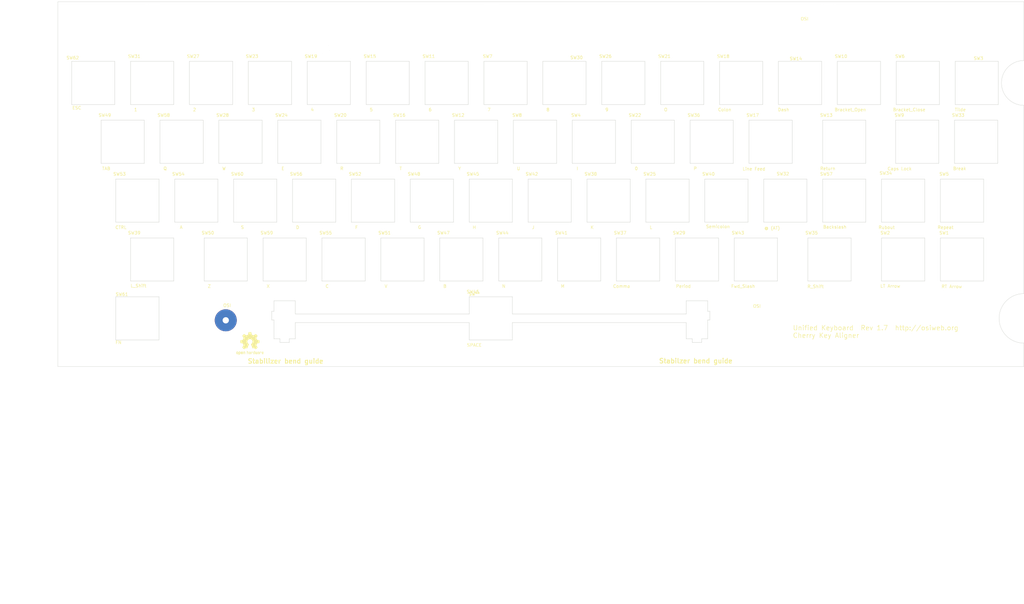
<source format=kicad_pcb>
(kicad_pcb (version 20171130) (host pcbnew "(5.1.6-0-10_14)")

  (general
    (thickness 1.6)
    (drawings 13)
    (tracks 0)
    (zones 0)
    (modules 77)
    (nets 1)
  )

  (page B)
  (title_block
    (title "Cherry Key aligner")
    (date 2020-06-17)
    (rev 1.7)
    (company OSIWeb.org)
  )

  (layers
    (0 F.Cu signal)
    (31 B.Cu signal)
    (32 B.Adhes user)
    (33 F.Adhes user)
    (34 B.Paste user)
    (35 F.Paste user)
    (36 B.SilkS user)
    (37 F.SilkS user)
    (38 B.Mask user)
    (39 F.Mask user)
    (40 Dwgs.User user)
    (41 Cmts.User user)
    (42 Eco1.User user)
    (43 Eco2.User user)
    (44 Edge.Cuts user)
    (45 Margin user)
    (46 B.CrtYd user)
    (47 F.CrtYd user)
    (48 B.Fab user)
    (49 F.Fab user)
  )

  (setup
    (last_trace_width 0.254)
    (user_trace_width 0.254)
    (user_trace_width 0.508)
    (user_trace_width 1.27)
    (trace_clearance 0.2)
    (zone_clearance 0.508)
    (zone_45_only no)
    (trace_min 0.2)
    (via_size 0.8128)
    (via_drill 0.4064)
    (via_min_size 0.4)
    (via_min_drill 0.3)
    (user_via 1.27 0.7112)
    (uvia_size 0.3048)
    (uvia_drill 0.1016)
    (uvias_allowed no)
    (uvia_min_size 0.2)
    (uvia_min_drill 0.1)
    (edge_width 0.05)
    (segment_width 0.2)
    (pcb_text_width 0.3)
    (pcb_text_size 1.5 1.5)
    (mod_edge_width 0.12)
    (mod_text_size 1 1)
    (mod_text_width 0.15)
    (pad_size 6.858 6.858)
    (pad_drill 6.858)
    (pad_to_mask_clearance 0)
    (aux_axis_origin 61.4172 179.1081)
    (grid_origin 62.1538 75.2602)
    (visible_elements 7FFFEFFF)
    (pcbplotparams
      (layerselection 0x010f0_ffffffff)
      (usegerberextensions false)
      (usegerberattributes false)
      (usegerberadvancedattributes false)
      (creategerberjobfile false)
      (excludeedgelayer true)
      (linewidth 0.100000)
      (plotframeref false)
      (viasonmask false)
      (mode 1)
      (useauxorigin false)
      (hpglpennumber 1)
      (hpglpenspeed 20)
      (hpglpendiameter 15.000000)
      (psnegative false)
      (psa4output false)
      (plotreference true)
      (plotvalue true)
      (plotinvisibletext false)
      (padsonsilk false)
      (subtractmaskfromsilk false)
      (outputformat 1)
      (mirror false)
      (drillshape 0)
      (scaleselection 1)
      (outputdirectory "outputs"))
  )

  (net 0 "")

  (net_class Default "This is the default net class."
    (clearance 0.2)
    (trace_width 0.254)
    (via_dia 0.8128)
    (via_drill 0.4064)
    (uvia_dia 0.3048)
    (uvia_drill 0.1016)
    (diff_pair_width 0.2032)
    (diff_pair_gap 0.254)
  )

  (net_class power1 ""
    (clearance 0.254)
    (trace_width 1.27)
    (via_dia 1.27)
    (via_drill 0.7112)
    (uvia_dia 0.3048)
    (uvia_drill 0.1016)
    (diff_pair_width 0.2032)
    (diff_pair_gap 0.254)
  )

  (net_class signal ""
    (clearance 0.2032)
    (trace_width 0.254)
    (via_dia 0.8128)
    (via_drill 0.4064)
    (uvia_dia 0.3048)
    (uvia_drill 0.1016)
    (diff_pair_width 0.2032)
    (diff_pair_gap 0.254)
  )

  (module unikbd:OSI_spacer_holes (layer F.Cu) (tedit 5EECE3D7) (tstamp 5EE2E784)
    (at 197.15988 165.99916)
    (fp_text reference REF** (at 0 0.5) (layer F.SilkS) hide
      (effects (font (size 1 1) (thickness 0.15)))
    )
    (fp_text value "OSI mounting holes" (at -0.32258 11.14044) (layer F.Fab)
      (effects (font (size 1 1) (thickness 0.15)))
    )
    (fp_text user %R (at 110.75162 -87.97036) (layer F.Fab)
      (effects (font (size 1 1) (thickness 0.15)))
    )
    (fp_text user OSI (at 110.49762 -97.57156) (layer F.SilkS)
      (effects (font (size 1 1) (thickness 0.15)))
    )
    (fp_text user %R (at -85.03158 5.42544) (layer F.Fab)
      (effects (font (size 1 1) (thickness 0.15)))
    )
    (fp_text user OSI (at -85.28558 -4.17576) (layer F.SilkS)
      (effects (font (size 1 1) (thickness 0.15)))
    )
    (fp_text user %R (at 86.31682 5.65404) (layer F.Fab)
      (effects (font (size 1 1) (thickness 0.15)))
    )
    (fp_text user OSI (at 86.06282 -3.94716) (layer F.SilkS)
      (effects (font (size 1 1) (thickness 0.15)))
    )
    (fp_text user OSI (at 0.59182 -97.46996) (layer F.SilkS)
      (effects (font (size 1 1) (thickness 0.15)))
    )
    (fp_text user %R (at 0.84582 -87.86876) (layer F.Fab)
      (effects (font (size 1 1) (thickness 0.15)))
    )
    (fp_text user OSI (at -109.56798 -97.46996) (layer F.SilkS)
      (effects (font (size 1 1) (thickness 0.15)))
    )
    (fp_text user %R (at -109.31398 -87.86876) (layer F.Fab)
      (effects (font (size 1 1) (thickness 0.15)))
    )
    (fp_text user OSI (at 101.48062 -96.93656) (layer F.SilkS)
      (effects (font (size 1 1) (thickness 0.15)))
    )
    (fp_text user %R (at 110.75162 -87.97036) (layer F.Fab)
      (effects (font (size 1 1) (thickness 0.15)))
    )
    (fp_circle (center 109.22 -92.71) (end 114.046 -92.71) (layer Cmts.User) (width 0.15))
    (fp_circle (center 109.22 -92.71) (end 114.3 -92.71) (layer F.CrtYd) (width 0.05))
    (fp_circle (center -109.22 -92.71) (end -104.394 -92.71) (layer Cmts.User) (width 0.15))
    (fp_circle (center -109.22 -92.71) (end -104.14 -92.71) (layer F.CrtYd) (width 0.05))
    (fp_circle (center 0 -92.8624) (end 4.826 -92.8624) (layer Cmts.User) (width 0.15))
    (fp_circle (center 0 -92.8624) (end 5.08 -92.8624) (layer F.CrtYd) (width 0.05))
    (fp_circle (center 85.725 0.635) (end 89.225 0.635) (layer Cmts.User) (width 0.15))
    (fp_circle (center 85.725 0.635) (end 89.475 0.635) (layer F.CrtYd) (width 0.05))
    (fp_circle (center -85.725 0.635) (end -82.225 0.635) (layer Cmts.User) (width 0.15))
    (fp_circle (center -85.725 0.635) (end -81.975 0.635) (layer F.CrtYd) (width 0.05))
    (fp_circle (center 0 -97.9424) (end 4.826 -97.9424) (layer Cmts.User) (width 0.15))
    (fp_circle (center 0 -97.9424) (end 5.08 -97.9424) (layer F.CrtYd) (width 0.05))
    (fp_circle (center -109.22 -97.79) (end -104.394 -97.79) (layer Cmts.User) (width 0.15))
    (fp_circle (center -109.22 -97.79) (end -104.14 -97.79) (layer F.CrtYd) (width 0.05))
    (fp_circle (center 109.22 -97.79) (end 114.046 -97.79) (layer Cmts.User) (width 0.15))
    (fp_circle (center 109.22 -97.79) (end 114.3 -97.79) (layer F.CrtYd) (width 0.05))
    (pad "" np_thru_hole circle (at -85.725 0.635) (size 7.112 7.112) (drill 2.032) (layers *.Cu *.Mask))
    (pad "" np_thru_hole circle (at 85.725 0.635) (size 7.112 7.112) (drill 7.112) (layers *.Cu *.Mask))
    (pad "" np_thru_hole oval (at 0 -95.25) (size 7.112 12.192) (drill oval 7.112 12.192) (layers *.Cu *.Mask))
    (pad "" np_thru_hole oval (at -109.22 -95.25) (size 7.112 12.192) (drill oval 7.112 12.192) (layers *.Cu *.Mask))
    (pad "" np_thru_hole oval (at 109.22 -95.25) (size 7.112 12.192) (drill oval 7.112 12.192) (layers *.Cu *.Mask))
  )

  (module unikbd:MX_space_aligner (layer F.Cu) (tedit 5EE3C1C3) (tstamp 5D0D7A0F)
    (at 197.15988 165.99916)
    (path /5BC3E99D/5BC6CD72)
    (fp_text reference SW46 (at -5.7912 -8.6106) (layer F.SilkS)
      (effects (font (size 1 1) (thickness 0.15)))
    )
    (fp_text value SPACE (at -5.334 8.6614) (layer F.SilkS)
      (effects (font (size 1 1) (thickness 0.15)))
    )
    (fp_line (start 6.985 -6.985) (end 6.985 -1.397) (layer Edge.Cuts) (width 0.12))
    (fp_line (start 6.985 -1.397) (end 63.2206 -1.397) (layer Edge.Cuts) (width 0.12))
    (fp_line (start 63.2206 -1.397) (end 63.2206 -5.6896) (layer Edge.Cuts) (width 0.12))
    (fp_line (start 63.2206 -5.6896) (end 70.1294 -5.6896) (layer Edge.Cuts) (width 0.12))
    (fp_line (start 70.1294 -5.6896) (end 70.1294 -2.286) (layer Edge.Cuts) (width 0.12))
    (fp_line (start 70.1294 -2.286) (end 70.866 -2.286) (layer Edge.Cuts) (width 0.12))
    (fp_line (start 70.866 -2.286) (end 70.866 0.508) (layer Edge.Cuts) (width 0.12))
    (fp_line (start 70.866 0.508) (end 70.1294 0.508) (layer Edge.Cuts) (width 0.12))
    (fp_line (start 70.1294 0.508) (end 70.1294 6.604) (layer Edge.Cuts) (width 0.12))
    (fp_line (start 70.1294 6.604) (end 68.199 6.604) (layer Edge.Cuts) (width 0.12))
    (fp_line (start 68.199 6.604) (end 68.199 7.7724) (layer Edge.Cuts) (width 0.12))
    (fp_line (start 68.199 7.7724) (end 65.151 7.7724) (layer Edge.Cuts) (width 0.12))
    (fp_line (start 65.151 7.7724) (end 65.151 6.604) (layer Edge.Cuts) (width 0.12))
    (fp_line (start 65.151 6.604) (end 63.2206 6.604) (layer Edge.Cuts) (width 0.12))
    (fp_line (start 63.2206 6.604) (end 63.2206 1.397) (layer Edge.Cuts) (width 0.12))
    (fp_line (start 63.2206 1.397) (end 6.985 1.397) (layer Edge.Cuts) (width 0.12))
    (fp_line (start 6.985 1.397) (end 6.985 6.985) (layer Edge.Cuts) (width 0.12))
    (fp_line (start 6.985 6.985) (end -6.985 6.985) (layer Edge.Cuts) (width 0.12))
    (fp_line (start -6.985 6.985) (end -6.985 1.397) (layer Edge.Cuts) (width 0.12))
    (fp_line (start -6.985 1.397) (end -63.2206 1.397) (layer Edge.Cuts) (width 0.12))
    (fp_line (start -63.2206 1.397) (end -63.2206 6.604) (layer Edge.Cuts) (width 0.12))
    (fp_line (start -63.2206 6.604) (end -65.151 6.604) (layer Edge.Cuts) (width 0.12))
    (fp_line (start -65.151 6.604) (end -65.151 7.7724) (layer Edge.Cuts) (width 0.12))
    (fp_line (start -65.151 7.7724) (end -68.199 7.7724) (layer Edge.Cuts) (width 0.12))
    (fp_line (start -68.199 7.7724) (end -68.199 6.604) (layer Edge.Cuts) (width 0.12))
    (fp_line (start -68.199 6.604) (end -70.1294 6.604) (layer Edge.Cuts) (width 0.12))
    (fp_line (start -70.1294 6.604) (end -70.1294 0.508) (layer Edge.Cuts) (width 0.12))
    (fp_line (start -70.1294 0.508) (end -70.866 0.508) (layer Edge.Cuts) (width 0.12))
    (fp_line (start -70.866 0.508) (end -70.866 -2.286) (layer Edge.Cuts) (width 0.12))
    (fp_line (start -70.866 -2.286) (end -70.1294 -2.286) (layer Edge.Cuts) (width 0.12))
    (fp_line (start -70.1294 -2.286) (end -70.1294 -5.6896) (layer Edge.Cuts) (width 0.12))
    (fp_line (start -70.1294 -5.6896) (end -63.2206 -5.6896) (layer Edge.Cuts) (width 0.12))
    (fp_line (start -63.2206 -5.6896) (end -63.2206 -1.397) (layer Edge.Cuts) (width 0.12))
    (fp_line (start -63.2206 -1.397) (end -6.985 -1.397) (layer Edge.Cuts) (width 0.12))
    (fp_line (start -6.985 -1.397) (end -6.985 -6.985) (layer Edge.Cuts) (width 0.12))
    (fp_line (start -6.985 -6.985) (end 6.985 -6.985) (layer Edge.Cuts) (width 0.12))
    (fp_text user REF** (at 0 0.5) (layer F.SilkS) hide
      (effects (font (size 1 1) (thickness 0.15)))
    )
    (fp_text user Futaba_2u_Cherry_aligner (at 0 -0.5) (layer F.Fab)
      (effects (font (size 1 1) (thickness 0.15)))
    )
    (fp_text user SW** (at -5.334 -7.874) (layer F.SilkS)
      (effects (font (size 1 1) (thickness 0.15)))
    )
    (fp_text user MX_space_aligner (at -0.6096 7.9248) (layer B.Fab)
      (effects (font (size 1 1) (thickness 0.15)))
    )
  )

  (module unikbd:Key_MX_Aligner (layer F.Cu) (tedit 5E72B33B) (tstamp 5EE2E6D8)
    (at 335.06918 108.84916)
    (path /5BC3EA0A/5BCAF394)
    (fp_text reference SW9 (at -5.7912 -8.6106) (layer F.SilkS)
      (effects (font (size 1 1) (thickness 0.15)))
    )
    (fp_text value "Caps Lock" (at -5.7023 8.71982) (layer F.SilkS)
      (effects (font (size 1 1) (thickness 0.15)))
    )
    (fp_line (start -6.985 -6.985) (end -6.985 6.985) (layer Edge.Cuts) (width 0.12))
    (fp_line (start 6.985 6.985) (end 6.985 -6.985) (layer Edge.Cuts) (width 0.12))
    (fp_line (start -6.985 -6.985) (end 6.985 -6.985) (layer Edge.Cuts) (width 0.12))
    (fp_line (start -6.985 6.985) (end 6.985 6.985) (layer Edge.Cuts) (width 0.12))
  )

  (module unikbd:Key_MX_Aligner (layer F.Cu) (tedit 5E72B33B) (tstamp 5E0A154C)
    (at 82.85988 165.99916)
    (fp_text reference SW61 (at -5.0292 -7.7724) (layer F.SilkS)
      (effects (font (size 1 1) (thickness 0.15)))
    )
    (fp_text value FN (at -6.1214 7.7978) (layer F.SilkS)
      (effects (font (size 1 1) (thickness 0.15)))
    )
    (fp_line (start -6.985 -6.985) (end -6.985 6.985) (layer Edge.Cuts) (width 0.12))
    (fp_line (start 6.985 6.985) (end 6.985 -6.985) (layer Edge.Cuts) (width 0.12))
    (fp_line (start -6.985 -6.985) (end 6.985 -6.985) (layer Edge.Cuts) (width 0.12))
    (fp_line (start -6.985 6.985) (end 6.985 6.985) (layer Edge.Cuts) (width 0.12))
  )

  (module unikbd:Key_MX_Aligner (layer F.Cu) (tedit 5E72B33B) (tstamp 5D0F9D4F)
    (at 287.64738 108.84916)
    (path /5BC3EA0A/5BCAF39B)
    (fp_text reference SW17 (at -5.7912 -8.6106) (layer F.SilkS)
      (effects (font (size 1 1) (thickness 0.15)))
    )
    (fp_text value "Line Feed" (at -5.37464 8.79094) (layer F.SilkS)
      (effects (font (size 1 1) (thickness 0.15)))
    )
    (fp_line (start -6.985 -6.985) (end -6.985 6.985) (layer Edge.Cuts) (width 0.12))
    (fp_line (start 6.985 6.985) (end 6.985 -6.985) (layer Edge.Cuts) (width 0.12))
    (fp_line (start -6.985 -6.985) (end 6.985 -6.985) (layer Edge.Cuts) (width 0.12))
    (fp_line (start -6.985 6.985) (end 6.985 6.985) (layer Edge.Cuts) (width 0.12))
  )

  (module unikbd:Key_MX_Aligner (layer F.Cu) (tedit 5E72B33B) (tstamp 5D0FBBE7)
    (at 244.78488 146.94916)
    (path /5BC3E99D/5BC6CEDD)
    (fp_text reference SW37 (at -5.7912 -8.6106) (layer F.SilkS)
      (effects (font (size 1 1) (thickness 0.15)))
    )
    (fp_text value Comma (at -5.334 8.6614) (layer F.SilkS)
      (effects (font (size 1 1) (thickness 0.15)))
    )
    (fp_line (start -6.985 -6.985) (end -6.985 6.985) (layer Edge.Cuts) (width 0.12))
    (fp_line (start 6.985 6.985) (end 6.985 -6.985) (layer Edge.Cuts) (width 0.12))
    (fp_line (start -6.985 -6.985) (end 6.985 -6.985) (layer Edge.Cuts) (width 0.12))
    (fp_line (start -6.985 6.985) (end 6.985 6.985) (layer Edge.Cuts) (width 0.12))
  )

  (module unikbd:Key_MX_Aligner locked (layer F.Cu) (tedit 5E72B33B) (tstamp 5D0D7CEF)
    (at 87.62238 89.79916)
    (path /5BC3EA0A/5BCAF489)
    (fp_text reference SW31 (at -5.7912 -8.6106) (layer F.SilkS)
      (effects (font (size 1 1) (thickness 0.15)))
    )
    (fp_text value 1 (at -5.334 8.6614) (layer F.SilkS)
      (effects (font (size 1 1) (thickness 0.15)))
    )
    (fp_line (start -6.985 -6.985) (end -6.985 6.985) (layer Edge.Cuts) (width 0.12))
    (fp_line (start 6.985 6.985) (end 6.985 -6.985) (layer Edge.Cuts) (width 0.12))
    (fp_line (start -6.985 -6.985) (end 6.985 -6.985) (layer Edge.Cuts) (width 0.12))
    (fp_line (start -6.985 6.985) (end 6.985 6.985) (layer Edge.Cuts) (width 0.12))
  )

  (module unikbd:Key_MX_Aligner locked (layer F.Cu) (tedit 5E72B33B) (tstamp 5D0D7CDF)
    (at 220.97238 89.79916)
    (path /5BC3EA0A/5BCAF419)
    (fp_text reference SW30 (at 3.91922 -8.21436) (layer F.SilkS)
      (effects (font (size 1 1) (thickness 0.15)))
    )
    (fp_text value 8 (at -5.334 8.6614) (layer F.SilkS)
      (effects (font (size 1 1) (thickness 0.15)))
    )
    (fp_line (start -6.985 -6.985) (end -6.985 6.985) (layer Edge.Cuts) (width 0.12))
    (fp_line (start 6.985 6.985) (end 6.985 -6.985) (layer Edge.Cuts) (width 0.12))
    (fp_line (start -6.985 -6.985) (end 6.985 -6.985) (layer Edge.Cuts) (width 0.12))
    (fp_line (start -6.985 6.985) (end 6.985 6.985) (layer Edge.Cuts) (width 0.12))
  )

  (module unikbd:Key_MX_Aligner (layer F.Cu) (tedit 5E72B33B) (tstamp 5D633EAE)
    (at 263.83488 146.94916)
    (path /5BC3EA0A/5BCAF3A9)
    (fp_text reference SW29 (at -5.7912 -8.6106) (layer F.SilkS)
      (effects (font (size 1 1) (thickness 0.15)))
    )
    (fp_text value Period (at -4.38658 8.6614) (layer F.SilkS)
      (effects (font (size 1 1) (thickness 0.15)))
    )
    (fp_line (start -6.985 -6.985) (end -6.985 6.985) (layer Edge.Cuts) (width 0.12))
    (fp_line (start 6.985 6.985) (end 6.985 -6.985) (layer Edge.Cuts) (width 0.12))
    (fp_line (start -6.985 -6.985) (end 6.985 -6.985) (layer Edge.Cuts) (width 0.12))
    (fp_line (start -6.985 6.985) (end 6.985 6.985) (layer Edge.Cuts) (width 0.12))
  )

  (module unikbd:Key_MX_Aligner (layer F.Cu) (tedit 5E72B33B) (tstamp 5D0F9EDE)
    (at 116.19738 108.84916)
    (path /5BC3EA0A/5BCAF339)
    (fp_text reference SW28 (at -5.7912 -8.6106) (layer F.SilkS)
      (effects (font (size 1 1) (thickness 0.15)))
    )
    (fp_text value W (at -5.334 8.6614) (layer F.SilkS)
      (effects (font (size 1 1) (thickness 0.15)))
    )
    (fp_line (start -6.985 -6.985) (end -6.985 6.985) (layer Edge.Cuts) (width 0.12))
    (fp_line (start 6.985 6.985) (end 6.985 -6.985) (layer Edge.Cuts) (width 0.12))
    (fp_line (start -6.985 -6.985) (end 6.985 -6.985) (layer Edge.Cuts) (width 0.12))
    (fp_line (start -6.985 6.985) (end 6.985 6.985) (layer Edge.Cuts) (width 0.12))
  )

  (module unikbd:Key_MX_Aligner locked (layer F.Cu) (tedit 5E72B33B) (tstamp 5D0D7CAF)
    (at 106.67238 89.79916)
    (path /5BC3EA0A/5BCAF490)
    (fp_text reference SW27 (at -5.7912 -8.6106) (layer F.SilkS)
      (effects (font (size 1 1) (thickness 0.15)))
    )
    (fp_text value 2 (at -5.334 8.6614) (layer F.SilkS)
      (effects (font (size 1 1) (thickness 0.15)))
    )
    (fp_line (start -6.985 -6.985) (end -6.985 6.985) (layer Edge.Cuts) (width 0.12))
    (fp_line (start 6.985 6.985) (end 6.985 -6.985) (layer Edge.Cuts) (width 0.12))
    (fp_line (start -6.985 -6.985) (end 6.985 -6.985) (layer Edge.Cuts) (width 0.12))
    (fp_line (start -6.985 6.985) (end 6.985 6.985) (layer Edge.Cuts) (width 0.12))
  )

  (module unikbd:Key_MX_Aligner locked (layer F.Cu) (tedit 5E72B33B) (tstamp 5D0D7C9F)
    (at 240.02238 89.79916)
    (path /5BC3EA0A/5BCAF420)
    (fp_text reference SW26 (at -5.7912 -8.6106) (layer F.SilkS)
      (effects (font (size 1 1) (thickness 0.15)))
    )
    (fp_text value 9 (at -5.334 8.6614) (layer F.SilkS)
      (effects (font (size 1 1) (thickness 0.15)))
    )
    (fp_line (start -6.985 -6.985) (end -6.985 6.985) (layer Edge.Cuts) (width 0.12))
    (fp_line (start 6.985 6.985) (end 6.985 -6.985) (layer Edge.Cuts) (width 0.12))
    (fp_line (start -6.985 -6.985) (end 6.985 -6.985) (layer Edge.Cuts) (width 0.12))
    (fp_line (start -6.985 6.985) (end 6.985 6.985) (layer Edge.Cuts) (width 0.12))
  )

  (module unikbd:Key_MX_Aligner (layer F.Cu) (tedit 5E72B33B) (tstamp 5D0FAB87)
    (at 254.30988 127.89916)
    (path /5BC3EA0A/5BCAF3B0)
    (fp_text reference SW25 (at -5.7912 -8.6106) (layer F.SilkS)
      (effects (font (size 1 1) (thickness 0.15)))
    )
    (fp_text value L (at -5.334 8.6614) (layer F.SilkS)
      (effects (font (size 1 1) (thickness 0.15)))
    )
    (fp_line (start -6.985 -6.985) (end -6.985 6.985) (layer Edge.Cuts) (width 0.12))
    (fp_line (start 6.985 6.985) (end 6.985 -6.985) (layer Edge.Cuts) (width 0.12))
    (fp_line (start -6.985 -6.985) (end 6.985 -6.985) (layer Edge.Cuts) (width 0.12))
    (fp_line (start -6.985 6.985) (end 6.985 6.985) (layer Edge.Cuts) (width 0.12))
  )

  (module unikbd:Key_MX_Aligner (layer F.Cu) (tedit 5E72B33B) (tstamp 5D0F9EA5)
    (at 135.24738 108.84916)
    (path /5BC3EA0A/5BCAF340)
    (fp_text reference SW24 (at -5.7912 -8.6106) (layer F.SilkS)
      (effects (font (size 1 1) (thickness 0.15)))
    )
    (fp_text value E (at -5.334 8.6614) (layer F.SilkS)
      (effects (font (size 1 1) (thickness 0.15)))
    )
    (fp_line (start -6.985 -6.985) (end -6.985 6.985) (layer Edge.Cuts) (width 0.12))
    (fp_line (start 6.985 6.985) (end 6.985 -6.985) (layer Edge.Cuts) (width 0.12))
    (fp_line (start -6.985 -6.985) (end 6.985 -6.985) (layer Edge.Cuts) (width 0.12))
    (fp_line (start -6.985 6.985) (end 6.985 6.985) (layer Edge.Cuts) (width 0.12))
  )

  (module unikbd:Key_MX_Aligner locked (layer F.Cu) (tedit 5E72B33B) (tstamp 5D0D7C6F)
    (at 125.72238 89.79916)
    (path /5BC3EA0A/5BCAF482)
    (fp_text reference SW23 (at -5.7912 -8.6106) (layer F.SilkS)
      (effects (font (size 1 1) (thickness 0.15)))
    )
    (fp_text value 3 (at -5.334 8.6614) (layer F.SilkS)
      (effects (font (size 1 1) (thickness 0.15)))
    )
    (fp_line (start -6.985 -6.985) (end -6.985 6.985) (layer Edge.Cuts) (width 0.12))
    (fp_line (start 6.985 6.985) (end 6.985 -6.985) (layer Edge.Cuts) (width 0.12))
    (fp_line (start -6.985 -6.985) (end 6.985 -6.985) (layer Edge.Cuts) (width 0.12))
    (fp_line (start -6.985 6.985) (end 6.985 6.985) (layer Edge.Cuts) (width 0.12))
  )

  (module unikbd:Key_MX_Aligner (layer F.Cu) (tedit 5E72B33B) (tstamp 5D633858)
    (at 249.54738 108.84916)
    (path /5BC3EA0A/5BCAF412)
    (fp_text reference SW22 (at -5.7912 -8.6106) (layer F.SilkS)
      (effects (font (size 1 1) (thickness 0.15)))
    )
    (fp_text value 0 (at -5.334 8.6614) (layer F.SilkS)
      (effects (font (size 1 1) (thickness 0.15)))
    )
    (fp_line (start -6.985 -6.985) (end -6.985 6.985) (layer Edge.Cuts) (width 0.12))
    (fp_line (start 6.985 6.985) (end 6.985 -6.985) (layer Edge.Cuts) (width 0.12))
    (fp_line (start -6.985 -6.985) (end 6.985 -6.985) (layer Edge.Cuts) (width 0.12))
    (fp_line (start -6.985 6.985) (end 6.985 6.985) (layer Edge.Cuts) (width 0.12))
  )

  (module unikbd:Key_MX_Aligner locked (layer F.Cu) (tedit 5E72B33B) (tstamp 5D0D7C4F)
    (at 259.07238 89.79916)
    (path /5BC3EA0A/5BCAF3A2)
    (fp_text reference SW21 (at -5.7912 -8.6106) (layer F.SilkS)
      (effects (font (size 1 1) (thickness 0.15)))
    )
    (fp_text value O (at -5.334 8.6614) (layer F.SilkS)
      (effects (font (size 1 1) (thickness 0.15)))
    )
    (fp_line (start -6.985 -6.985) (end -6.985 6.985) (layer Edge.Cuts) (width 0.12))
    (fp_line (start 6.985 6.985) (end 6.985 -6.985) (layer Edge.Cuts) (width 0.12))
    (fp_line (start -6.985 -6.985) (end 6.985 -6.985) (layer Edge.Cuts) (width 0.12))
    (fp_line (start -6.985 6.985) (end 6.985 6.985) (layer Edge.Cuts) (width 0.12))
  )

  (module unikbd:Key_MX_Aligner (layer F.Cu) (tedit 5E72B33B) (tstamp 5D0F9E6C)
    (at 154.29738 108.84916)
    (path /5BC3EA0A/5BCAF332)
    (fp_text reference SW20 (at -5.7912 -8.6106) (layer F.SilkS)
      (effects (font (size 1 1) (thickness 0.15)))
    )
    (fp_text value R (at -5.334 8.6614) (layer F.SilkS)
      (effects (font (size 1 1) (thickness 0.15)))
    )
    (fp_line (start -6.985 -6.985) (end -6.985 6.985) (layer Edge.Cuts) (width 0.12))
    (fp_line (start 6.985 6.985) (end 6.985 -6.985) (layer Edge.Cuts) (width 0.12))
    (fp_line (start -6.985 -6.985) (end 6.985 -6.985) (layer Edge.Cuts) (width 0.12))
    (fp_line (start -6.985 6.985) (end 6.985 6.985) (layer Edge.Cuts) (width 0.12))
  )

  (module unikbd:Key_MX_Aligner locked (layer F.Cu) (tedit 5E72B33B) (tstamp 5D0D7C2F)
    (at 144.77238 89.79916)
    (path /5BC3EA0A/5BCAF47B)
    (fp_text reference SW19 (at -5.7912 -8.6106) (layer F.SilkS)
      (effects (font (size 1 1) (thickness 0.15)))
    )
    (fp_text value 4 (at -5.334 8.6614) (layer F.SilkS)
      (effects (font (size 1 1) (thickness 0.15)))
    )
    (fp_line (start -6.985 -6.985) (end -6.985 6.985) (layer Edge.Cuts) (width 0.12))
    (fp_line (start 6.985 6.985) (end 6.985 -6.985) (layer Edge.Cuts) (width 0.12))
    (fp_line (start -6.985 -6.985) (end 6.985 -6.985) (layer Edge.Cuts) (width 0.12))
    (fp_line (start -6.985 6.985) (end 6.985 6.985) (layer Edge.Cuts) (width 0.12))
  )

  (module unikbd:Key_MX_Aligner locked (layer F.Cu) (tedit 5E72B33B) (tstamp 5D0D7C1F)
    (at 278.12238 89.79916)
    (path /5BC3EA0A/5BCAF40B)
    (fp_text reference SW18 (at -5.7912 -8.6106) (layer F.SilkS)
      (effects (font (size 1 1) (thickness 0.15)))
    )
    (fp_text value Colon (at -5.334 8.6614) (layer F.SilkS)
      (effects (font (size 1 1) (thickness 0.15)))
    )
    (fp_line (start -6.985 -6.985) (end -6.985 6.985) (layer Edge.Cuts) (width 0.12))
    (fp_line (start 6.985 6.985) (end 6.985 -6.985) (layer Edge.Cuts) (width 0.12))
    (fp_line (start -6.985 -6.985) (end 6.985 -6.985) (layer Edge.Cuts) (width 0.12))
    (fp_line (start -6.985 6.985) (end 6.985 6.985) (layer Edge.Cuts) (width 0.12))
  )

  (module unikbd:Key_MX_Aligner (layer F.Cu) (tedit 5E72B33B) (tstamp 5D0F9D88)
    (at 173.34738 108.84916)
    (path /5BC3EA0A/5BCAF32B)
    (fp_text reference SW16 (at -5.7912 -8.6106) (layer F.SilkS)
      (effects (font (size 1 1) (thickness 0.15)))
    )
    (fp_text value T (at -5.334 8.6614) (layer F.SilkS)
      (effects (font (size 1 1) (thickness 0.15)))
    )
    (fp_line (start -6.985 -6.985) (end -6.985 6.985) (layer Edge.Cuts) (width 0.12))
    (fp_line (start 6.985 6.985) (end 6.985 -6.985) (layer Edge.Cuts) (width 0.12))
    (fp_line (start -6.985 -6.985) (end 6.985 -6.985) (layer Edge.Cuts) (width 0.12))
    (fp_line (start -6.985 6.985) (end 6.985 6.985) (layer Edge.Cuts) (width 0.12))
  )

  (module unikbd:Key_MX_Aligner locked (layer F.Cu) (tedit 5E72B33B) (tstamp 5D0D7BEF)
    (at 163.82238 89.79916)
    (path /5BC3EA0A/5BCAF46D)
    (fp_text reference SW15 (at -5.7912 -8.6106) (layer F.SilkS)
      (effects (font (size 1 1) (thickness 0.15)))
    )
    (fp_text value 5 (at -5.334 8.6614) (layer F.SilkS)
      (effects (font (size 1 1) (thickness 0.15)))
    )
    (fp_line (start -6.985 -6.985) (end -6.985 6.985) (layer Edge.Cuts) (width 0.12))
    (fp_line (start 6.985 6.985) (end 6.985 -6.985) (layer Edge.Cuts) (width 0.12))
    (fp_line (start -6.985 -6.985) (end 6.985 -6.985) (layer Edge.Cuts) (width 0.12))
    (fp_line (start -6.985 6.985) (end 6.985 6.985) (layer Edge.Cuts) (width 0.12))
  )

  (module unikbd:Key_MX_Aligner locked (layer F.Cu) (tedit 5E72B33B) (tstamp 5D0D7BDF)
    (at 297.17238 89.79916)
    (path /5BC3EA0A/5BCAF3FD)
    (fp_text reference SW14 (at -1.33858 -7.85876) (layer F.SilkS)
      (effects (font (size 1 1) (thickness 0.15)))
    )
    (fp_text value Dash (at -5.334 8.6614) (layer F.SilkS)
      (effects (font (size 1 1) (thickness 0.15)))
    )
    (fp_line (start -6.985 -6.985) (end -6.985 6.985) (layer Edge.Cuts) (width 0.12))
    (fp_line (start 6.985 6.985) (end 6.985 -6.985) (layer Edge.Cuts) (width 0.12))
    (fp_line (start -6.985 -6.985) (end 6.985 -6.985) (layer Edge.Cuts) (width 0.12))
    (fp_line (start -6.985 6.985) (end 6.985 6.985) (layer Edge.Cuts) (width 0.12))
  )

  (module unikbd:Key_MX_Aligner (layer F.Cu) (tedit 5E72B33B) (tstamp 5EE2E6FC)
    (at 311.45988 108.84916)
    (path /5BC3EA0A/5BCAF38D)
    (fp_text reference SW13 (at -5.7912 -8.6106) (layer F.SilkS)
      (effects (font (size 1 1) (thickness 0.15)))
    )
    (fp_text value Return (at -5.334 8.6614) (layer F.SilkS)
      (effects (font (size 1 1) (thickness 0.15)))
    )
    (fp_line (start -6.985 -6.985) (end -6.985 6.985) (layer Edge.Cuts) (width 0.12))
    (fp_line (start 6.985 6.985) (end 6.985 -6.985) (layer Edge.Cuts) (width 0.12))
    (fp_line (start -6.985 -6.985) (end 6.985 -6.985) (layer Edge.Cuts) (width 0.12))
    (fp_line (start -6.985 6.985) (end 6.985 6.985) (layer Edge.Cuts) (width 0.12))
  )

  (module unikbd:Key_MX_Aligner (layer F.Cu) (tedit 5E72B33B) (tstamp 5D0F9DFA)
    (at 192.39738 108.84916)
    (path /5BC3EA0A/5BCAF31D)
    (fp_text reference SW12 (at -5.7912 -8.6106) (layer F.SilkS)
      (effects (font (size 1 1) (thickness 0.15)))
    )
    (fp_text value Y (at -5.334 8.6614) (layer F.SilkS)
      (effects (font (size 1 1) (thickness 0.15)))
    )
    (fp_line (start -6.985 -6.985) (end -6.985 6.985) (layer Edge.Cuts) (width 0.12))
    (fp_line (start 6.985 6.985) (end 6.985 -6.985) (layer Edge.Cuts) (width 0.12))
    (fp_line (start -6.985 -6.985) (end 6.985 -6.985) (layer Edge.Cuts) (width 0.12))
    (fp_line (start -6.985 6.985) (end 6.985 6.985) (layer Edge.Cuts) (width 0.12))
  )

  (module unikbd:Key_MX_Aligner locked (layer F.Cu) (tedit 5E72B33B) (tstamp 5D0D7BAF)
    (at 182.87238 89.79916)
    (path /5BC3EA0A/5BCAF474)
    (fp_text reference SW11 (at -5.7912 -8.6106) (layer F.SilkS)
      (effects (font (size 1 1) (thickness 0.15)))
    )
    (fp_text value 6 (at -5.334 8.6614) (layer F.SilkS)
      (effects (font (size 1 1) (thickness 0.15)))
    )
    (fp_line (start -6.985 -6.985) (end -6.985 6.985) (layer Edge.Cuts) (width 0.12))
    (fp_line (start 6.985 6.985) (end 6.985 -6.985) (layer Edge.Cuts) (width 0.12))
    (fp_line (start -6.985 -6.985) (end 6.985 -6.985) (layer Edge.Cuts) (width 0.12))
    (fp_line (start -6.985 6.985) (end 6.985 6.985) (layer Edge.Cuts) (width 0.12))
  )

  (module unikbd:Key_MX_Aligner locked (layer F.Cu) (tedit 5E72B33B) (tstamp 5D105DE3)
    (at 316.22238 89.79916)
    (path /5BC3EA0A/5BCAF404)
    (fp_text reference SW10 (at -5.7912 -8.6106) (layer F.SilkS)
      (effects (font (size 1 1) (thickness 0.15)))
    )
    (fp_text value Bracket_Open (at -2.794 8.6614) (layer F.SilkS)
      (effects (font (size 1 1) (thickness 0.15)))
    )
    (fp_line (start -6.985 -6.985) (end -6.985 6.985) (layer Edge.Cuts) (width 0.12))
    (fp_line (start 6.985 6.985) (end 6.985 -6.985) (layer Edge.Cuts) (width 0.12))
    (fp_line (start -6.985 -6.985) (end 6.985 -6.985) (layer Edge.Cuts) (width 0.12))
    (fp_line (start -6.985 6.985) (end 6.985 6.985) (layer Edge.Cuts) (width 0.12))
  )

  (module unikbd:Key_MX_Aligner (layer F.Cu) (tedit 5E72B33B) (tstamp 5D0F9DC1)
    (at 211.44738 108.84916)
    (path /5BC3EA0A/5BCAF324)
    (fp_text reference SW8 (at -5.7912 -8.6106) (layer F.SilkS)
      (effects (font (size 1 1) (thickness 0.15)))
    )
    (fp_text value U (at -5.334 8.6614) (layer F.SilkS)
      (effects (font (size 1 1) (thickness 0.15)))
    )
    (fp_line (start -6.985 -6.985) (end -6.985 6.985) (layer Edge.Cuts) (width 0.12))
    (fp_line (start 6.985 6.985) (end 6.985 -6.985) (layer Edge.Cuts) (width 0.12))
    (fp_line (start -6.985 -6.985) (end 6.985 -6.985) (layer Edge.Cuts) (width 0.12))
    (fp_line (start -6.985 6.985) (end 6.985 6.985) (layer Edge.Cuts) (width 0.12))
  )

  (module unikbd:Key_MX_Aligner (layer F.Cu) (tedit 5E72B33B) (tstamp 5D0D7B6F)
    (at 201.92238 89.79916)
    (path /5BC3EA0A/5BCAF466)
    (fp_text reference SW7 (at -5.7912 -8.6106) (layer F.SilkS)
      (effects (font (size 1 1) (thickness 0.15)))
    )
    (fp_text value 7 (at -5.334 8.6614) (layer F.SilkS)
      (effects (font (size 1 1) (thickness 0.15)))
    )
    (fp_line (start -6.985 -6.985) (end -6.985 6.985) (layer Edge.Cuts) (width 0.12))
    (fp_line (start 6.985 6.985) (end 6.985 -6.985) (layer Edge.Cuts) (width 0.12))
    (fp_line (start -6.985 -6.985) (end 6.985 -6.985) (layer Edge.Cuts) (width 0.12))
    (fp_line (start -6.985 6.985) (end 6.985 6.985) (layer Edge.Cuts) (width 0.12))
  )

  (module unikbd:Key_MX_Aligner locked (layer F.Cu) (tedit 5E72B33B) (tstamp 5D105E93)
    (at 335.27238 89.79916)
    (path /5BC3EA0A/5BCAF3F6)
    (fp_text reference SW6 (at -5.7912 -8.6106) (layer F.SilkS)
      (effects (font (size 1 1) (thickness 0.15)))
    )
    (fp_text value Bracket_Close (at -2.794 8.6614) (layer F.SilkS)
      (effects (font (size 1 1) (thickness 0.15)))
    )
    (fp_line (start -6.985 -6.985) (end -6.985 6.985) (layer Edge.Cuts) (width 0.12))
    (fp_line (start 6.985 6.985) (end 6.985 -6.985) (layer Edge.Cuts) (width 0.12))
    (fp_line (start -6.985 -6.985) (end 6.985 -6.985) (layer Edge.Cuts) (width 0.12))
    (fp_line (start -6.985 6.985) (end 6.985 6.985) (layer Edge.Cuts) (width 0.12))
  )

  (module unikbd:Key_MX_Aligner (layer F.Cu) (tedit 5E72B33B) (tstamp 5D0F200E)
    (at 349.55988 127.89916)
    (path /5BC3EA0A/5BCAF386)
    (fp_text reference SW5 (at -5.7912 -8.6106) (layer F.SilkS)
      (effects (font (size 1 1) (thickness 0.15)))
    )
    (fp_text value Repeat (at -5.334 8.6614) (layer F.SilkS)
      (effects (font (size 1 1) (thickness 0.15)))
    )
    (fp_line (start -6.985 -6.985) (end -6.985 6.985) (layer Edge.Cuts) (width 0.12))
    (fp_line (start 6.985 6.985) (end 6.985 -6.985) (layer Edge.Cuts) (width 0.12))
    (fp_line (start -6.985 -6.985) (end 6.985 -6.985) (layer Edge.Cuts) (width 0.12))
    (fp_line (start -6.985 6.985) (end 6.985 6.985) (layer Edge.Cuts) (width 0.12))
  )

  (module unikbd:Key_MX_Aligner (layer F.Cu) (tedit 5E72B33B) (tstamp 5D0F9D16)
    (at 230.49738 108.84916)
    (path /5BC3EA0A/5BCAF316)
    (fp_text reference SW4 (at -5.7912 -8.6106) (layer F.SilkS)
      (effects (font (size 1 1) (thickness 0.15)))
    )
    (fp_text value I (at -5.334 8.6614) (layer F.SilkS)
      (effects (font (size 1 1) (thickness 0.15)))
    )
    (fp_line (start -6.985 -6.985) (end -6.985 6.985) (layer Edge.Cuts) (width 0.12))
    (fp_line (start 6.985 6.985) (end 6.985 -6.985) (layer Edge.Cuts) (width 0.12))
    (fp_line (start -6.985 -6.985) (end 6.985 -6.985) (layer Edge.Cuts) (width 0.12))
    (fp_line (start -6.985 6.985) (end 6.985 6.985) (layer Edge.Cuts) (width 0.12))
  )

  (module unikbd:Key_MX_Aligner locked (layer F.Cu) (tedit 5E72B33B) (tstamp 5D0D7B1F)
    (at 354.32238 89.79916)
    (path /5BC3EA0A/5BCAF3EF)
    (fp_text reference SW3 (at 0.56642 -7.96036) (layer F.SilkS)
      (effects (font (size 1 1) (thickness 0.15)))
    )
    (fp_text value Tilde (at -5.334 8.6614) (layer F.SilkS)
      (effects (font (size 1 1) (thickness 0.15)))
    )
    (fp_line (start -6.985 -6.985) (end -6.985 6.985) (layer Edge.Cuts) (width 0.12))
    (fp_line (start 6.985 6.985) (end 6.985 -6.985) (layer Edge.Cuts) (width 0.12))
    (fp_line (start -6.985 -6.985) (end 6.985 -6.985) (layer Edge.Cuts) (width 0.12))
    (fp_line (start -6.985 6.985) (end 6.985 6.985) (layer Edge.Cuts) (width 0.12))
  )

  (module unikbd:Key_MX_Aligner (layer F.Cu) (tedit 5E72B33B) (tstamp 5D0F6109)
    (at 330.50988 146.94916)
    (path /5BC3EA0A/5BCAF37F)
    (fp_text reference SW2 (at -5.7912 -8.6106) (layer F.SilkS)
      (effects (font (size 1 1) (thickness 0.15)))
    )
    (fp_text value "LT Arrow" (at -4.15798 8.60044) (layer F.SilkS)
      (effects (font (size 1 1) (thickness 0.15)))
    )
    (fp_line (start -6.985 -6.985) (end -6.985 6.985) (layer Edge.Cuts) (width 0.12))
    (fp_line (start 6.985 6.985) (end 6.985 -6.985) (layer Edge.Cuts) (width 0.12))
    (fp_line (start -6.985 -6.985) (end 6.985 -6.985) (layer Edge.Cuts) (width 0.12))
    (fp_line (start -6.985 6.985) (end 6.985 6.985) (layer Edge.Cuts) (width 0.12))
  )

  (module unikbd:Key_MX_Aligner (layer F.Cu) (tedit 5E72B33B) (tstamp 5D0FAB4E)
    (at 120.95988 127.89916)
    (path /5BC3E99D/5BC6D0D0)
    (fp_text reference SW60 (at -5.7912 -8.6106) (layer F.SilkS)
      (effects (font (size 1 1) (thickness 0.15)))
    )
    (fp_text value S (at -4.13258 8.62584) (layer F.SilkS)
      (effects (font (size 1 1) (thickness 0.15)))
    )
    (fp_line (start -6.985 -6.985) (end -6.985 6.985) (layer Edge.Cuts) (width 0.12))
    (fp_line (start 6.985 6.985) (end 6.985 -6.985) (layer Edge.Cuts) (width 0.12))
    (fp_line (start -6.985 -6.985) (end 6.985 -6.985) (layer Edge.Cuts) (width 0.12))
    (fp_line (start -6.985 6.985) (end 6.985 6.985) (layer Edge.Cuts) (width 0.12))
  )

  (module unikbd:Key_MX_Aligner (layer F.Cu) (tedit 5E72B33B) (tstamp 5D0FB692)
    (at 130.48488 146.94916)
    (path /5BC3E99D/5BC6CF00)
    (fp_text reference SW59 (at -5.7912 -8.6106) (layer F.SilkS)
      (effects (font (size 1 1) (thickness 0.15)))
    )
    (fp_text value X (at -5.334 8.6614) (layer F.SilkS)
      (effects (font (size 1 1) (thickness 0.15)))
    )
    (fp_line (start -6.985 -6.985) (end -6.985 6.985) (layer Edge.Cuts) (width 0.12))
    (fp_line (start 6.985 6.985) (end 6.985 -6.985) (layer Edge.Cuts) (width 0.12))
    (fp_line (start -6.985 -6.985) (end 6.985 -6.985) (layer Edge.Cuts) (width 0.12))
    (fp_line (start -6.985 6.985) (end 6.985 6.985) (layer Edge.Cuts) (width 0.12))
  )

  (module unikbd:Key_MX_Aligner (layer F.Cu) (tedit 5E72B33B) (tstamp 5D0F9CDD)
    (at 97.14738 108.84916)
    (path /5BC3E99D/5BC6CD80)
    (fp_text reference SW58 (at -5.7912 -8.6106) (layer F.SilkS)
      (effects (font (size 1 1) (thickness 0.15)))
    )
    (fp_text value Q (at -5.334 8.6614) (layer F.SilkS)
      (effects (font (size 1 1) (thickness 0.15)))
    )
    (fp_line (start -6.985 -6.985) (end -6.985 6.985) (layer Edge.Cuts) (width 0.12))
    (fp_line (start 6.985 6.985) (end 6.985 -6.985) (layer Edge.Cuts) (width 0.12))
    (fp_line (start -6.985 -6.985) (end 6.985 -6.985) (layer Edge.Cuts) (width 0.12))
    (fp_line (start -6.985 6.985) (end 6.985 6.985) (layer Edge.Cuts) (width 0.12))
  )

  (module unikbd:Key_MX_Aligner (layer F.Cu) (tedit 5E72B33B) (tstamp 5D633B5C)
    (at 311.45988 127.89916)
    (path /5BC3E99D/5BC3FF70)
    (fp_text reference SW57 (at -5.7912 -8.6106) (layer F.SilkS)
      (effects (font (size 1 1) (thickness 0.15)))
    )
    (fp_text value Backslash (at -3.04038 8.52424) (layer F.SilkS)
      (effects (font (size 1 1) (thickness 0.15)))
    )
    (fp_line (start -6.985 -6.985) (end -6.985 6.985) (layer Edge.Cuts) (width 0.12))
    (fp_line (start 6.985 6.985) (end 6.985 -6.985) (layer Edge.Cuts) (width 0.12))
    (fp_line (start -6.985 -6.985) (end 6.985 -6.985) (layer Edge.Cuts) (width 0.12))
    (fp_line (start -6.985 6.985) (end 6.985 6.985) (layer Edge.Cuts) (width 0.12))
  )

  (module unikbd:Key_MX_Aligner (layer F.Cu) (tedit 5E72B33B) (tstamp 5D0FAB15)
    (at 140.00988 127.89916)
    (path /5BC3E99D/5BC6D0D7)
    (fp_text reference SW56 (at -5.7912 -8.6106) (layer F.SilkS)
      (effects (font (size 1 1) (thickness 0.15)))
    )
    (fp_text value D (at -5.334 8.6614) (layer F.SilkS)
      (effects (font (size 1 1) (thickness 0.15)))
    )
    (fp_line (start -6.985 -6.985) (end -6.985 6.985) (layer Edge.Cuts) (width 0.12))
    (fp_line (start 6.985 6.985) (end 6.985 -6.985) (layer Edge.Cuts) (width 0.12))
    (fp_line (start -6.985 -6.985) (end 6.985 -6.985) (layer Edge.Cuts) (width 0.12))
    (fp_line (start -6.985 6.985) (end 6.985 6.985) (layer Edge.Cuts) (width 0.12))
  )

  (module unikbd:Key_MX_Aligner (layer F.Cu) (tedit 5E72B33B) (tstamp 5D0FB659)
    (at 149.53488 146.94916)
    (path /5BC3E99D/5BC6CF07)
    (fp_text reference SW55 (at -5.7912 -8.6106) (layer F.SilkS)
      (effects (font (size 1 1) (thickness 0.15)))
    )
    (fp_text value C (at -5.334 8.6614) (layer F.SilkS)
      (effects (font (size 1 1) (thickness 0.15)))
    )
    (fp_line (start -6.985 -6.985) (end -6.985 6.985) (layer Edge.Cuts) (width 0.12))
    (fp_line (start 6.985 6.985) (end 6.985 -6.985) (layer Edge.Cuts) (width 0.12))
    (fp_line (start -6.985 -6.985) (end 6.985 -6.985) (layer Edge.Cuts) (width 0.12))
    (fp_line (start -6.985 6.985) (end 6.985 6.985) (layer Edge.Cuts) (width 0.12))
  )

  (module unikbd:Key_MX_Aligner (layer F.Cu) (tedit 5E72B33B) (tstamp 5D0FAADC)
    (at 101.90988 127.89916)
    (path /5BC3E99D/5BC6CD87)
    (fp_text reference SW54 (at -5.7912 -8.6106) (layer F.SilkS)
      (effects (font (size 1 1) (thickness 0.15)))
    )
    (fp_text value A (at -4.89458 8.62584) (layer F.SilkS)
      (effects (font (size 1 1) (thickness 0.15)))
    )
    (fp_line (start -6.985 -6.985) (end -6.985 6.985) (layer Edge.Cuts) (width 0.12))
    (fp_line (start 6.985 6.985) (end 6.985 -6.985) (layer Edge.Cuts) (width 0.12))
    (fp_line (start -6.985 -6.985) (end 6.985 -6.985) (layer Edge.Cuts) (width 0.12))
    (fp_line (start -6.985 6.985) (end 6.985 6.985) (layer Edge.Cuts) (width 0.12))
  )

  (module unikbd:Key_MX_Aligner (layer F.Cu) (tedit 5E72B33B) (tstamp 5D0FAF44)
    (at 82.85988 127.89916)
    (path /5BC3E99D/5BC3FF77)
    (fp_text reference SW53 (at -5.7912 -8.6106) (layer F.SilkS)
      (effects (font (size 1 1) (thickness 0.15)))
    )
    (fp_text value CTRL (at -5.334 8.6614) (layer F.SilkS)
      (effects (font (size 1 1) (thickness 0.15)))
    )
    (fp_line (start -6.985 -6.985) (end -6.985 6.985) (layer Edge.Cuts) (width 0.12))
    (fp_line (start 6.985 6.985) (end 6.985 -6.985) (layer Edge.Cuts) (width 0.12))
    (fp_line (start -6.985 -6.985) (end 6.985 -6.985) (layer Edge.Cuts) (width 0.12))
    (fp_line (start -6.985 6.985) (end 6.985 6.985) (layer Edge.Cuts) (width 0.12))
  )

  (module unikbd:Key_MX_Aligner (layer F.Cu) (tedit 5E72B33B) (tstamp 5D0FB0A3)
    (at 159.05988 127.89916)
    (path /5BC3E99D/5BC6D0C9)
    (fp_text reference SW52 (at -5.7912 -8.6106) (layer F.SilkS)
      (effects (font (size 1 1) (thickness 0.15)))
    )
    (fp_text value F (at -5.334 8.6614) (layer F.SilkS)
      (effects (font (size 1 1) (thickness 0.15)))
    )
    (fp_line (start -6.985 -6.985) (end -6.985 6.985) (layer Edge.Cuts) (width 0.12))
    (fp_line (start 6.985 6.985) (end 6.985 -6.985) (layer Edge.Cuts) (width 0.12))
    (fp_line (start -6.985 -6.985) (end 6.985 -6.985) (layer Edge.Cuts) (width 0.12))
    (fp_line (start -6.985 6.985) (end 6.985 6.985) (layer Edge.Cuts) (width 0.12))
  )

  (module unikbd:Key_MX_Aligner (layer F.Cu) (tedit 5E72B33B) (tstamp 5D0FBCCB)
    (at 168.58488 146.94916)
    (path /5BC3E99D/5BC6CEF9)
    (fp_text reference SW51 (at -5.7912 -8.6106) (layer F.SilkS)
      (effects (font (size 1 1) (thickness 0.15)))
    )
    (fp_text value V (at -5.334 8.6614) (layer F.SilkS)
      (effects (font (size 1 1) (thickness 0.15)))
    )
    (fp_line (start -6.985 -6.985) (end -6.985 6.985) (layer Edge.Cuts) (width 0.12))
    (fp_line (start 6.985 6.985) (end 6.985 -6.985) (layer Edge.Cuts) (width 0.12))
    (fp_line (start -6.985 -6.985) (end 6.985 -6.985) (layer Edge.Cuts) (width 0.12))
    (fp_line (start -6.985 6.985) (end 6.985 6.985) (layer Edge.Cuts) (width 0.12))
  )

  (module unikbd:Key_MX_Aligner (layer F.Cu) (tedit 5E72B33B) (tstamp 5D0FBC59)
    (at 111.43488 146.94916)
    (path /5BC3E99D/5BC6CD79)
    (fp_text reference SW50 (at -5.7912 -8.6106) (layer F.SilkS)
      (effects (font (size 1 1) (thickness 0.15)))
    )
    (fp_text value Z (at -5.334 8.6614) (layer F.SilkS)
      (effects (font (size 1 1) (thickness 0.15)))
    )
    (fp_line (start -6.985 -6.985) (end -6.985 6.985) (layer Edge.Cuts) (width 0.12))
    (fp_line (start 6.985 6.985) (end 6.985 -6.985) (layer Edge.Cuts) (width 0.12))
    (fp_line (start -6.985 -6.985) (end 6.985 -6.985) (layer Edge.Cuts) (width 0.12))
    (fp_line (start -6.985 6.985) (end 6.985 6.985) (layer Edge.Cuts) (width 0.12))
  )

  (module unikbd:Key_MX_Aligner (layer F.Cu) (tedit 5E72B33B) (tstamp 5D0FA2F5)
    (at 78.09738 108.84916)
    (path /5BC3E99D/5BC3FF69)
    (fp_text reference SW49 (at -5.7912 -8.6106) (layer F.SilkS)
      (effects (font (size 1 1) (thickness 0.15)))
    )
    (fp_text value TAB (at -5.334 8.6614) (layer F.SilkS)
      (effects (font (size 1 1) (thickness 0.15)))
    )
    (fp_line (start -6.985 -6.985) (end -6.985 6.985) (layer Edge.Cuts) (width 0.12))
    (fp_line (start 6.985 6.985) (end 6.985 -6.985) (layer Edge.Cuts) (width 0.12))
    (fp_line (start -6.985 -6.985) (end 6.985 -6.985) (layer Edge.Cuts) (width 0.12))
    (fp_line (start -6.985 6.985) (end 6.985 6.985) (layer Edge.Cuts) (width 0.12))
  )

  (module unikbd:Key_MX_Aligner (layer F.Cu) (tedit 5E72B33B) (tstamp 5D0FB115)
    (at 178.10988 127.89916)
    (path /5BC3E99D/5BC6D0C2)
    (fp_text reference SW48 (at -5.7912 -8.6106) (layer F.SilkS)
      (effects (font (size 1 1) (thickness 0.15)))
    )
    (fp_text value G (at -4.00558 8.62584) (layer F.SilkS)
      (effects (font (size 1 1) (thickness 0.15)))
    )
    (fp_line (start -6.985 -6.985) (end -6.985 6.985) (layer Edge.Cuts) (width 0.12))
    (fp_line (start 6.985 6.985) (end 6.985 -6.985) (layer Edge.Cuts) (width 0.12))
    (fp_line (start -6.985 -6.985) (end 6.985 -6.985) (layer Edge.Cuts) (width 0.12))
    (fp_line (start -6.985 6.985) (end 6.985 6.985) (layer Edge.Cuts) (width 0.12))
  )

  (module unikbd:Key_MX_Aligner (layer F.Cu) (tedit 5E72B33B) (tstamp 5D0FBB3C)
    (at 187.63488 146.94916)
    (path /5BC3E99D/5BC6CEF2)
    (fp_text reference SW47 (at -5.7912 -8.6106) (layer F.SilkS)
      (effects (font (size 1 1) (thickness 0.15)))
    )
    (fp_text value B (at -5.334 8.6614) (layer F.SilkS)
      (effects (font (size 1 1) (thickness 0.15)))
    )
    (fp_line (start -6.985 -6.985) (end -6.985 6.985) (layer Edge.Cuts) (width 0.12))
    (fp_line (start 6.985 6.985) (end 6.985 -6.985) (layer Edge.Cuts) (width 0.12))
    (fp_line (start -6.985 -6.985) (end 6.985 -6.985) (layer Edge.Cuts) (width 0.12))
    (fp_line (start -6.985 6.985) (end 6.985 6.985) (layer Edge.Cuts) (width 0.12))
  )

  (module unikbd:Key_MX_Aligner (layer F.Cu) (tedit 5E72B33B) (tstamp 5D0FB187)
    (at 197.15988 127.89916)
    (path /5BC3E99D/5BC6D0B4)
    (fp_text reference SW45 (at -5.7912 -8.6106) (layer F.SilkS)
      (effects (font (size 1 1) (thickness 0.15)))
    )
    (fp_text value H (at -5.334 8.6614) (layer F.SilkS)
      (effects (font (size 1 1) (thickness 0.15)))
    )
    (fp_line (start -6.985 -6.985) (end -6.985 6.985) (layer Edge.Cuts) (width 0.12))
    (fp_line (start 6.985 6.985) (end 6.985 -6.985) (layer Edge.Cuts) (width 0.12))
    (fp_line (start -6.985 -6.985) (end 6.985 -6.985) (layer Edge.Cuts) (width 0.12))
    (fp_line (start -6.985 6.985) (end 6.985 6.985) (layer Edge.Cuts) (width 0.12))
  )

  (module unikbd:Key_MX_Aligner (layer F.Cu) (tedit 5E72B33B) (tstamp 5D0FBC20)
    (at 206.68488 146.94916)
    (path /5BC3E99D/5BC6CEE4)
    (fp_text reference SW44 (at -5.7912 -8.6106) (layer F.SilkS)
      (effects (font (size 1 1) (thickness 0.15)))
    )
    (fp_text value N (at -5.334 8.6614) (layer F.SilkS)
      (effects (font (size 1 1) (thickness 0.15)))
    )
    (fp_line (start -6.985 -6.985) (end -6.985 6.985) (layer Edge.Cuts) (width 0.12))
    (fp_line (start 6.985 6.985) (end 6.985 -6.985) (layer Edge.Cuts) (width 0.12))
    (fp_line (start -6.985 -6.985) (end 6.985 -6.985) (layer Edge.Cuts) (width 0.12))
    (fp_line (start -6.985 6.985) (end 6.985 6.985) (layer Edge.Cuts) (width 0.12))
  )

  (module unikbd:Key_MX_Aligner (layer F.Cu) (tedit 5E72B33B) (tstamp 5D0FBBAE)
    (at 282.88488 146.94916)
    (path /5BC3E99D/5BC6CD64)
    (fp_text reference SW43 (at -5.7912 -8.6106) (layer F.SilkS)
      (effects (font (size 1 1) (thickness 0.15)))
    )
    (fp_text value Fwd_Slash (at -4.13258 8.6614) (layer F.SilkS)
      (effects (font (size 1 1) (thickness 0.15)))
    )
    (fp_line (start -6.985 -6.985) (end -6.985 6.985) (layer Edge.Cuts) (width 0.12))
    (fp_line (start 6.985 6.985) (end 6.985 -6.985) (layer Edge.Cuts) (width 0.12))
    (fp_line (start -6.985 -6.985) (end 6.985 -6.985) (layer Edge.Cuts) (width 0.12))
    (fp_line (start -6.985 6.985) (end 6.985 6.985) (layer Edge.Cuts) (width 0.12))
  )

  (module unikbd:Key_MX_Aligner (layer F.Cu) (tedit 5E72B33B) (tstamp 5D0FB14E)
    (at 216.20988 127.89916)
    (path /5BC3E99D/5BC6D0BB)
    (fp_text reference SW42 (at -5.7912 -8.6106) (layer F.SilkS)
      (effects (font (size 1 1) (thickness 0.15)))
    )
    (fp_text value J (at -5.334 8.6614) (layer F.SilkS)
      (effects (font (size 1 1) (thickness 0.15)))
    )
    (fp_line (start -6.985 -6.985) (end -6.985 6.985) (layer Edge.Cuts) (width 0.12))
    (fp_line (start 6.985 6.985) (end 6.985 -6.985) (layer Edge.Cuts) (width 0.12))
    (fp_line (start -6.985 -6.985) (end 6.985 -6.985) (layer Edge.Cuts) (width 0.12))
    (fp_line (start -6.985 6.985) (end 6.985 6.985) (layer Edge.Cuts) (width 0.12))
  )

  (module unikbd:Key_MX_Aligner (layer F.Cu) (tedit 5E72B33B) (tstamp 5D0FBC92)
    (at 225.73488 146.94916)
    (path /5BC3E99D/5BC6CEEB)
    (fp_text reference SW41 (at -5.7912 -8.6106) (layer F.SilkS)
      (effects (font (size 1 1) (thickness 0.15)))
    )
    (fp_text value M (at -5.334 8.6614) (layer F.SilkS)
      (effects (font (size 1 1) (thickness 0.15)))
    )
    (fp_line (start -6.985 -6.985) (end -6.985 6.985) (layer Edge.Cuts) (width 0.12))
    (fp_line (start 6.985 6.985) (end 6.985 -6.985) (layer Edge.Cuts) (width 0.12))
    (fp_line (start -6.985 -6.985) (end 6.985 -6.985) (layer Edge.Cuts) (width 0.12))
    (fp_line (start -6.985 6.985) (end 6.985 6.985) (layer Edge.Cuts) (width 0.12))
  )

  (module unikbd:Key_MX_Aligner (layer F.Cu) (tedit 5E72B33B) (tstamp 5D0FB031)
    (at 273.35988 127.89916)
    (path /5BC3E99D/5BC6CD6B)
    (fp_text reference SW40 (at -5.7912 -8.6106) (layer F.SilkS)
      (effects (font (size 1 1) (thickness 0.15)))
    )
    (fp_text value Semicolon (at -2.73558 8.39724) (layer F.SilkS)
      (effects (font (size 1 1) (thickness 0.15)))
    )
    (fp_line (start -6.985 -6.985) (end -6.985 6.985) (layer Edge.Cuts) (width 0.12))
    (fp_line (start 6.985 6.985) (end 6.985 -6.985) (layer Edge.Cuts) (width 0.12))
    (fp_line (start -6.985 -6.985) (end 6.985 -6.985) (layer Edge.Cuts) (width 0.12))
    (fp_line (start -6.985 6.985) (end 6.985 6.985) (layer Edge.Cuts) (width 0.12))
  )

  (module unikbd:Key_MX_Aligner (layer F.Cu) (tedit 5E72B33B) (tstamp 5D0FBB75)
    (at 87.62238 146.94916)
    (path /5BC3E99D/5BC3FE57)
    (fp_text reference SW39 (at -5.7912 -8.6106) (layer F.SilkS)
      (effects (font (size 1 1) (thickness 0.15)))
    )
    (fp_text value L_Shift (at -4.41198 8.52424) (layer F.SilkS)
      (effects (font (size 1 1) (thickness 0.15)))
    )
    (fp_line (start -6.985 -6.985) (end -6.985 6.985) (layer Edge.Cuts) (width 0.12))
    (fp_line (start 6.985 6.985) (end 6.985 -6.985) (layer Edge.Cuts) (width 0.12))
    (fp_line (start -6.985 -6.985) (end 6.985 -6.985) (layer Edge.Cuts) (width 0.12))
    (fp_line (start -6.985 6.985) (end 6.985 6.985) (layer Edge.Cuts) (width 0.12))
  )

  (module unikbd:Key_MX_Aligner (layer F.Cu) (tedit 5E72B33B) (tstamp 5D0FB06A)
    (at 235.25988 127.89916)
    (path /5BC3E99D/5BC6D0AD)
    (fp_text reference SW38 (at -5.7912 -8.6106) (layer F.SilkS)
      (effects (font (size 1 1) (thickness 0.15)))
    )
    (fp_text value K (at -5.334 8.6614) (layer F.SilkS)
      (effects (font (size 1 1) (thickness 0.15)))
    )
    (fp_line (start -6.985 -6.985) (end -6.985 6.985) (layer Edge.Cuts) (width 0.12))
    (fp_line (start 6.985 6.985) (end 6.985 -6.985) (layer Edge.Cuts) (width 0.12))
    (fp_line (start -6.985 -6.985) (end 6.985 -6.985) (layer Edge.Cuts) (width 0.12))
    (fp_line (start -6.985 6.985) (end 6.985 6.985) (layer Edge.Cuts) (width 0.12))
  )

  (module unikbd:Key_MX_Aligner (layer F.Cu) (tedit 5E72B33B) (tstamp 5D0FA32E)
    (at 268.59738 108.84916)
    (path /5BC3E99D/5BC6CD5D)
    (fp_text reference SW36 (at -5.7912 -8.6106) (layer F.SilkS)
      (effects (font (size 1 1) (thickness 0.15)))
    )
    (fp_text value P (at -5.334 8.6614) (layer F.SilkS)
      (effects (font (size 1 1) (thickness 0.15)))
    )
    (fp_line (start -6.985 -6.985) (end -6.985 6.985) (layer Edge.Cuts) (width 0.12))
    (fp_line (start 6.985 6.985) (end 6.985 -6.985) (layer Edge.Cuts) (width 0.12))
    (fp_line (start -6.985 -6.985) (end 6.985 -6.985) (layer Edge.Cuts) (width 0.12))
    (fp_line (start -6.985 6.985) (end 6.985 6.985) (layer Edge.Cuts) (width 0.12))
  )

  (module unikbd:Key_MX_Aligner (layer F.Cu) (tedit 5E72B33B) (tstamp 5D0FBD04)
    (at 306.69738 146.94916)
    (path /5BC3E99D/5BC3FD26)
    (fp_text reference SW35 (at -5.7912 -8.6106) (layer F.SilkS)
      (effects (font (size 1 1) (thickness 0.15)))
    )
    (fp_text value R_Shift (at -4.51358 8.75284) (layer F.SilkS)
      (effects (font (size 1 1) (thickness 0.15)))
    )
    (fp_line (start -6.985 -6.985) (end -6.985 6.985) (layer Edge.Cuts) (width 0.12))
    (fp_line (start 6.985 6.985) (end 6.985 -6.985) (layer Edge.Cuts) (width 0.12))
    (fp_line (start -6.985 -6.985) (end 6.985 -6.985) (layer Edge.Cuts) (width 0.12))
    (fp_line (start -6.985 6.985) (end 6.985 6.985) (layer Edge.Cuts) (width 0.12))
  )

  (module unikbd:Key_MX_Aligner (layer F.Cu) (tedit 5E72B33B) (tstamp 5D0EE51F)
    (at 330.50988 127.89916)
    (path /5D6C3751)
    (fp_text reference SW34 (at -5.61848 -8.89508) (layer F.SilkS)
      (effects (font (size 1 1) (thickness 0.15)))
    )
    (fp_text value Rubout (at -5.334 8.6614) (layer F.SilkS)
      (effects (font (size 1 1) (thickness 0.15)))
    )
    (fp_line (start -6.985 -6.985) (end -6.985 6.985) (layer Edge.Cuts) (width 0.12))
    (fp_line (start 6.985 6.985) (end 6.985 -6.985) (layer Edge.Cuts) (width 0.12))
    (fp_line (start -6.985 -6.985) (end 6.985 -6.985) (layer Edge.Cuts) (width 0.12))
    (fp_line (start -6.985 6.985) (end 6.985 6.985) (layer Edge.Cuts) (width 0.12))
  )

  (module unikbd:Key_MX_Aligner (layer F.Cu) (tedit 5E72B33B) (tstamp 5D0D791F)
    (at 354.11918 108.84916)
    (path /5BC3E99D/5BC6CED6)
    (fp_text reference SW33 (at -5.7912 -8.6106) (layer F.SilkS)
      (effects (font (size 1 1) (thickness 0.15)))
    )
    (fp_text value Break (at -5.334 8.6614) (layer F.SilkS)
      (effects (font (size 1 1) (thickness 0.15)))
    )
    (fp_line (start -6.985 -6.985) (end -6.985 6.985) (layer Edge.Cuts) (width 0.12))
    (fp_line (start 6.985 6.985) (end 6.985 -6.985) (layer Edge.Cuts) (width 0.12))
    (fp_line (start -6.985 -6.985) (end 6.985 -6.985) (layer Edge.Cuts) (width 0.12))
    (fp_line (start -6.985 6.985) (end 6.985 6.985) (layer Edge.Cuts) (width 0.12))
  )

  (module unikbd:Key_MX_Aligner (layer F.Cu) (tedit 5E72B33B) (tstamp 5D0FB0DC)
    (at 292.40988 127.89916)
    (path /5D6BE647)
    (fp_text reference SW32 (at -0.78994 -8.67664) (layer F.SilkS)
      (effects (font (size 1 1) (thickness 0.15)))
    )
    (fp_text value "@ (AT)" (at -4.25958 8.87984) (layer F.SilkS)
      (effects (font (size 1 1) (thickness 0.15)))
    )
    (fp_line (start -6.985 -6.985) (end -6.985 6.985) (layer Edge.Cuts) (width 0.12))
    (fp_line (start 6.985 6.985) (end 6.985 -6.985) (layer Edge.Cuts) (width 0.12))
    (fp_line (start -6.985 -6.985) (end 6.985 -6.985) (layer Edge.Cuts) (width 0.12))
    (fp_line (start -6.985 6.985) (end 6.985 6.985) (layer Edge.Cuts) (width 0.12))
  )

  (module unikbd:Key_MX_Aligner (layer F.Cu) (tedit 5E72B33B) (tstamp 5D0D7AFF)
    (at 349.55988 146.94916)
    (path /5BC3EA0A/5BCAF30F)
    (fp_text reference SW1 (at -5.7912 -8.6106) (layer F.SilkS)
      (effects (font (size 1 1) (thickness 0.15)))
    )
    (fp_text value "RT Arrow" (at -3.31978 8.75284) (layer F.SilkS)
      (effects (font (size 1 1) (thickness 0.15)))
    )
    (fp_line (start -6.985 -6.985) (end -6.985 6.985) (layer Edge.Cuts) (width 0.12))
    (fp_line (start 6.985 6.985) (end 6.985 -6.985) (layer Edge.Cuts) (width 0.12))
    (fp_line (start -6.985 -6.985) (end 6.985 -6.985) (layer Edge.Cuts) (width 0.12))
    (fp_line (start -6.985 6.985) (end 6.985 6.985) (layer Edge.Cuts) (width 0.12))
  )

  (module unikbd:Key_MX_Aligner (layer F.Cu) (tedit 5E72B33B) (tstamp 5E0A52FF)
    (at 68.57238 89.79916)
    (fp_text reference SW62 (at -6.64718 -8.13816) (layer F.SilkS)
      (effects (font (size 1 1) (thickness 0.15)))
    )
    (fp_text value ESC (at -5.32638 8.06704) (layer F.SilkS)
      (effects (font (size 1 1) (thickness 0.15)))
    )
    (fp_line (start -6.985 -6.985) (end -6.985 6.985) (layer Edge.Cuts) (width 0.12))
    (fp_line (start 6.985 6.985) (end 6.985 -6.985) (layer Edge.Cuts) (width 0.12))
    (fp_line (start -6.985 -6.985) (end 6.985 -6.985) (layer Edge.Cuts) (width 0.12))
    (fp_line (start -6.985 6.985) (end 6.985 6.985) (layer Edge.Cuts) (width 0.12))
  )

  (module MountingHole:MountingHole_2.1mm (layer F.Cu) (tedit 5EE9B629) (tstamp 5EE9F9CA)
    (at 263.66978 177.39868)
    (descr "Mounting Hole 2.1mm, no annular")
    (tags "mounting hole 2.1mm no annular")
    (attr virtual)
    (fp_text reference REF** (at 0 -3.2) (layer F.SilkS) hide
      (effects (font (size 1 1) (thickness 0.15)))
    )
    (fp_text value MountingHole_2.1mm (at 0 3.2) (layer F.Fab)
      (effects (font (size 1 1) (thickness 0.15)))
    )
    (pad "" np_thru_hole circle (at 0 0) (size 1.6256 1.6256) (drill 1.6256) (layers *.Cu *.Mask))
  )

  (module MountingHole:MountingHole_2.1mm (layer F.Cu) (tedit 5EE9B596) (tstamp 5EE9F998)
    (at 130.31978 177.39868)
    (descr "Mounting Hole 2.1mm, no annular")
    (tags "mounting hole 2.1mm no annular")
    (attr virtual)
    (fp_text reference REF** (at 0 -3.2) (layer F.SilkS) hide
      (effects (font (size 1 1) (thickness 0.15)))
    )
    (fp_text value MountingHole_2.1mm (at 0 3.2) (layer F.Fab)
      (effects (font (size 1 1) (thickness 0.15)))
    )
    (pad "" np_thru_hole circle (at 0 0) (size 1.6256 1.6256) (drill 1.6256) (layers *.Cu *.Mask))
  )

  (module Symbol:OSHW-Logo2_9.8x8mm_SilkScreen (layer F.Cu) (tedit 0) (tstamp 5E0A0419)
    (at 119.253 174.1678)
    (descr "Open Source Hardware Symbol")
    (tags "Logo Symbol OSHW")
    (attr virtual)
    (fp_text reference REF** (at 0 0) (layer F.SilkS) hide
      (effects (font (size 1 1) (thickness 0.15)))
    )
    (fp_text value OSHW-Logo2_9.8x8mm_SilkScreen (at 0.4572 5.0038) (layer F.Fab) hide
      (effects (font (size 1 1) (thickness 0.15)))
    )
    (fp_poly (pts (xy 0.139878 -3.712224) (xy 0.245612 -3.711645) (xy 0.322132 -3.710078) (xy 0.374372 -3.707028)
      (xy 0.407263 -3.702004) (xy 0.425737 -3.694511) (xy 0.434727 -3.684056) (xy 0.439163 -3.670147)
      (xy 0.439594 -3.668346) (xy 0.446333 -3.635855) (xy 0.458808 -3.571748) (xy 0.475719 -3.482849)
      (xy 0.495771 -3.375981) (xy 0.517664 -3.257967) (xy 0.518429 -3.253822) (xy 0.540359 -3.138169)
      (xy 0.560877 -3.035986) (xy 0.578659 -2.953402) (xy 0.592381 -2.896544) (xy 0.600718 -2.871542)
      (xy 0.601116 -2.871099) (xy 0.625677 -2.85889) (xy 0.676315 -2.838544) (xy 0.742095 -2.814455)
      (xy 0.742461 -2.814326) (xy 0.825317 -2.783182) (xy 0.923 -2.743509) (xy 1.015077 -2.703619)
      (xy 1.019434 -2.701647) (xy 1.169407 -2.63358) (xy 1.501498 -2.860361) (xy 1.603374 -2.929496)
      (xy 1.695657 -2.991303) (xy 1.773003 -3.042267) (xy 1.830064 -3.078873) (xy 1.861495 -3.097606)
      (xy 1.864479 -3.098996) (xy 1.887321 -3.09281) (xy 1.929982 -3.062965) (xy 1.994128 -3.008053)
      (xy 2.081421 -2.926666) (xy 2.170535 -2.840078) (xy 2.256441 -2.754753) (xy 2.333327 -2.676892)
      (xy 2.396564 -2.611303) (xy 2.441523 -2.562795) (xy 2.463576 -2.536175) (xy 2.464396 -2.534805)
      (xy 2.466834 -2.516537) (xy 2.45765 -2.486705) (xy 2.434574 -2.441279) (xy 2.395337 -2.37623)
      (xy 2.33767 -2.28753) (xy 2.260795 -2.173343) (xy 2.19257 -2.072838) (xy 2.131582 -1.982697)
      (xy 2.081356 -1.908151) (xy 2.045416 -1.854435) (xy 2.027287 -1.826782) (xy 2.026146 -1.824905)
      (xy 2.028359 -1.79841) (xy 2.045138 -1.746914) (xy 2.073142 -1.680149) (xy 2.083122 -1.658828)
      (xy 2.126672 -1.563841) (xy 2.173134 -1.456063) (xy 2.210877 -1.362808) (xy 2.238073 -1.293594)
      (xy 2.259675 -1.240994) (xy 2.272158 -1.213503) (xy 2.273709 -1.211384) (xy 2.296668 -1.207876)
      (xy 2.350786 -1.198262) (xy 2.428868 -1.183911) (xy 2.523719 -1.166193) (xy 2.628143 -1.146475)
      (xy 2.734944 -1.126126) (xy 2.836926 -1.106514) (xy 2.926894 -1.089009) (xy 2.997653 -1.074978)
      (xy 3.042006 -1.065791) (xy 3.052885 -1.063193) (xy 3.064122 -1.056782) (xy 3.072605 -1.042303)
      (xy 3.078714 -1.014867) (xy 3.082832 -0.969589) (xy 3.085341 -0.90158) (xy 3.086621 -0.805953)
      (xy 3.087054 -0.67782) (xy 3.087077 -0.625299) (xy 3.087077 -0.198155) (xy 2.9845 -0.177909)
      (xy 2.927431 -0.16693) (xy 2.842269 -0.150905) (xy 2.739372 -0.131767) (xy 2.629096 -0.111449)
      (xy 2.598615 -0.105868) (xy 2.496855 -0.086083) (xy 2.408205 -0.066627) (xy 2.340108 -0.049303)
      (xy 2.300004 -0.035912) (xy 2.293323 -0.031921) (xy 2.276919 -0.003658) (xy 2.253399 0.051109)
      (xy 2.227316 0.121588) (xy 2.222142 0.136769) (xy 2.187956 0.230896) (xy 2.145523 0.337101)
      (xy 2.103997 0.432473) (xy 2.103792 0.432916) (xy 2.03464 0.582525) (xy 2.489512 1.251617)
      (xy 2.1975 1.544116) (xy 2.10918 1.63117) (xy 2.028625 1.707909) (xy 1.96036 1.770237)
      (xy 1.908908 1.814056) (xy 1.878794 1.83527) (xy 1.874474 1.836616) (xy 1.849111 1.826016)
      (xy 1.797358 1.796547) (xy 1.724868 1.751705) (xy 1.637294 1.694984) (xy 1.542612 1.631462)
      (xy 1.446516 1.566668) (xy 1.360837 1.510287) (xy 1.291016 1.465788) (xy 1.242494 1.436639)
      (xy 1.220782 1.426308) (xy 1.194293 1.43505) (xy 1.144062 1.458087) (xy 1.080451 1.490631)
      (xy 1.073708 1.494249) (xy 0.988046 1.53721) (xy 0.929306 1.558279) (xy 0.892772 1.558503)
      (xy 0.873731 1.538928) (xy 0.87362 1.538654) (xy 0.864102 1.515472) (xy 0.841403 1.460441)
      (xy 0.807282 1.377822) (xy 0.7635 1.271872) (xy 0.711816 1.146852) (xy 0.653992 1.00702)
      (xy 0.597991 0.871637) (xy 0.536447 0.722234) (xy 0.479939 0.583832) (xy 0.430161 0.460673)
      (xy 0.388806 0.357002) (xy 0.357568 0.277059) (xy 0.338141 0.225088) (xy 0.332154 0.205692)
      (xy 0.347168 0.183443) (xy 0.386439 0.147982) (xy 0.438807 0.108887) (xy 0.587941 -0.014755)
      (xy 0.704511 -0.156478) (xy 0.787118 -0.313296) (xy 0.834366 -0.482225) (xy 0.844857 -0.660278)
      (xy 0.837231 -0.742461) (xy 0.795682 -0.912969) (xy 0.724123 -1.063541) (xy 0.626995 -1.192691)
      (xy 0.508734 -1.298936) (xy 0.37378 -1.38079) (xy 0.226571 -1.436768) (xy 0.071544 -1.465385)
      (xy -0.086861 -1.465156) (xy -0.244206 -1.434595) (xy -0.396054 -1.372218) (xy -0.537965 -1.27654)
      (xy -0.597197 -1.222428) (xy -0.710797 -1.08348) (xy -0.789894 -0.931639) (xy -0.835014 -0.771333)
      (xy -0.846684 -0.606988) (xy -0.825431 -0.443029) (xy -0.77178 -0.283882) (xy -0.68626 -0.133975)
      (xy -0.569395 0.002267) (xy -0.438807 0.108887) (xy -0.384412 0.149642) (xy -0.345986 0.184718)
      (xy -0.332154 0.205726) (xy -0.339397 0.228635) (xy -0.359995 0.283365) (xy -0.392254 0.365672)
      (xy -0.434479 0.471315) (xy -0.484977 0.59605) (xy -0.542052 0.735636) (xy -0.598146 0.87167)
      (xy -0.660033 1.021201) (xy -0.717356 1.159767) (xy -0.768356 1.283107) (xy -0.811273 1.386964)
      (xy -0.844347 1.46708) (xy -0.865819 1.519195) (xy -0.873775 1.538654) (xy -0.892571 1.558423)
      (xy -0.928926 1.558365) (xy -0.987521 1.537441) (xy -1.073032 1.494613) (xy -1.073708 1.494249)
      (xy -1.138093 1.461012) (xy -1.190139 1.436802) (xy -1.219488 1.426404) (xy -1.220783 1.426308)
      (xy -1.242876 1.436855) (xy -1.291652 1.466184) (xy -1.361669 1.510827) (xy -1.447486 1.567314)
      (xy -1.542612 1.631462) (xy -1.63946 1.696411) (xy -1.726747 1.752896) (xy -1.798819 1.797421)
      (xy -1.850023 1.82649) (xy -1.874474 1.836616) (xy -1.89699 1.823307) (xy -1.942258 1.786112)
      (xy -2.005756 1.729128) (xy -2.082961 1.656449) (xy -2.169349 1.572171) (xy -2.197601 1.544016)
      (xy -2.489713 1.251416) (xy -2.267369 0.925104) (xy -2.199798 0.824897) (xy -2.140493 0.734963)
      (xy -2.092783 0.66051) (xy -2.059993 0.606751) (xy -2.045452 0.578894) (xy -2.045026 0.576912)
      (xy -2.052692 0.550655) (xy -2.073311 0.497837) (xy -2.103315 0.42731) (xy -2.124375 0.380093)
      (xy -2.163752 0.289694) (xy -2.200835 0.198366) (xy -2.229585 0.1212) (xy -2.237395 0.097692)
      (xy -2.259583 0.034916) (xy -2.281273 -0.013589) (xy -2.293187 -0.031921) (xy -2.319477 -0.043141)
      (xy -2.376858 -0.059046) (xy -2.457882 -0.077833) (xy -2.555105 -0.097701) (xy -2.598615 -0.105868)
      (xy -2.709104 -0.126171) (xy -2.815084 -0.14583) (xy -2.906199 -0.162912) (xy -2.972092 -0.175482)
      (xy -2.9845 -0.177909) (xy -3.087077 -0.198155) (xy -3.087077 -0.625299) (xy -3.086847 -0.765754)
      (xy -3.085901 -0.872021) (xy -3.083859 -0.948987) (xy -3.080338 -1.00154) (xy -3.074957 -1.034567)
      (xy -3.067334 -1.052955) (xy -3.057088 -1.061592) (xy -3.052885 -1.063193) (xy -3.02753 -1.068873)
      (xy -2.971516 -1.080205) (xy -2.892036 -1.095821) (xy -2.796288 -1.114353) (xy -2.691467 -1.134431)
      (xy -2.584768 -1.154688) (xy -2.483387 -1.173754) (xy -2.394521 -1.190261) (xy -2.325363 -1.202841)
      (xy -2.283111 -1.210125) (xy -2.27371 -1.211384) (xy -2.265193 -1.228237) (xy -2.24634 -1.27313)
      (xy -2.220676 -1.33757) (xy -2.210877 -1.362808) (xy -2.171352 -1.460314) (xy -2.124808 -1.568041)
      (xy -2.083123 -1.658828) (xy -2.05245 -1.728247) (xy -2.032044 -1.78529) (xy -2.025232 -1.820223)
      (xy -2.026318 -1.824905) (xy -2.040715 -1.847009) (xy -2.073588 -1.896169) (xy -2.12141 -1.967152)
      (xy -2.180652 -2.054722) (xy -2.247785 -2.153643) (xy -2.261059 -2.17317) (xy -2.338954 -2.28886)
      (xy -2.396213 -2.376956) (xy -2.435119 -2.441514) (xy -2.457956 -2.486589) (xy -2.467006 -2.516237)
      (xy -2.464552 -2.534515) (xy -2.464489 -2.534631) (xy -2.445173 -2.558639) (xy -2.402449 -2.605053)
      (xy -2.340949 -2.669063) (xy -2.265302 -2.745855) (xy -2.180139 -2.830618) (xy -2.170535 -2.840078)
      (xy -2.06321 -2.944011) (xy -1.980385 -3.020325) (xy -1.920395 -3.070429) (xy -1.881577 -3.09573)
      (xy -1.86448 -3.098996) (xy -1.839527 -3.08475) (xy -1.787745 -3.051844) (xy -1.71448 -3.003792)
      (xy -1.62508 -2.94411) (xy -1.524889 -2.876312) (xy -1.501499 -2.860361) (xy -1.169407 -2.63358)
      (xy -1.019435 -2.701647) (xy -0.92823 -2.741315) (xy -0.830331 -2.781209) (xy -0.746169 -2.813017)
      (xy -0.742462 -2.814326) (xy -0.676631 -2.838424) (xy -0.625884 -2.8588) (xy -0.601158 -2.871064)
      (xy -0.601116 -2.871099) (xy -0.593271 -2.893266) (xy -0.579934 -2.947783) (xy -0.56243 -3.02852)
      (xy -0.542083 -3.12935) (xy -0.520218 -3.244144) (xy -0.518429 -3.253822) (xy -0.496496 -3.372096)
      (xy -0.47636 -3.479458) (xy -0.45932 -3.569083) (xy -0.446672 -3.634149) (xy -0.439716 -3.667832)
      (xy -0.439594 -3.668346) (xy -0.435361 -3.682675) (xy -0.427129 -3.693493) (xy -0.409967 -3.701294)
      (xy -0.378942 -3.706571) (xy -0.329122 -3.709818) (xy -0.255576 -3.711528) (xy -0.153371 -3.712193)
      (xy -0.017575 -3.712307) (xy 0 -3.712308) (xy 0.139878 -3.712224)) (layer F.SilkS) (width 0.01))
    (fp_poly (pts (xy 4.245224 2.647838) (xy 4.322528 2.698361) (xy 4.359814 2.74359) (xy 4.389353 2.825663)
      (xy 4.391699 2.890607) (xy 4.386385 2.977445) (xy 4.186115 3.065103) (xy 4.088739 3.109887)
      (xy 4.025113 3.145913) (xy 3.992029 3.177117) (xy 3.98628 3.207436) (xy 4.004658 3.240805)
      (xy 4.024923 3.262923) (xy 4.083889 3.298393) (xy 4.148024 3.300879) (xy 4.206926 3.273235)
      (xy 4.250197 3.21832) (xy 4.257936 3.198928) (xy 4.295006 3.138364) (xy 4.337654 3.112552)
      (xy 4.396154 3.090471) (xy 4.396154 3.174184) (xy 4.390982 3.23115) (xy 4.370723 3.279189)
      (xy 4.328262 3.334346) (xy 4.321951 3.341514) (xy 4.27472 3.390585) (xy 4.234121 3.41692)
      (xy 4.183328 3.429035) (xy 4.14122 3.433003) (xy 4.065902 3.433991) (xy 4.012286 3.421466)
      (xy 3.978838 3.402869) (xy 3.926268 3.361975) (xy 3.889879 3.317748) (xy 3.86685 3.262126)
      (xy 3.854359 3.187047) (xy 3.849587 3.084449) (xy 3.849206 3.032376) (xy 3.850501 2.969948)
      (xy 3.968471 2.969948) (xy 3.969839 3.003438) (xy 3.973249 3.008923) (xy 3.995753 3.001472)
      (xy 4.044182 2.981753) (xy 4.108908 2.953718) (xy 4.122443 2.947692) (xy 4.204244 2.906096)
      (xy 4.249312 2.869538) (xy 4.259217 2.835296) (xy 4.235526 2.800648) (xy 4.21596 2.785339)
      (xy 4.14536 2.754721) (xy 4.07928 2.75978) (xy 4.023959 2.797151) (xy 3.985636 2.863473)
      (xy 3.973349 2.916116) (xy 3.968471 2.969948) (xy 3.850501 2.969948) (xy 3.85173 2.91072)
      (xy 3.861032 2.82071) (xy 3.87946 2.755167) (xy 3.90936 2.706912) (xy 3.95308 2.668767)
      (xy 3.972141 2.65644) (xy 4.058726 2.624336) (xy 4.153522 2.622316) (xy 4.245224 2.647838)) (layer F.SilkS) (width 0.01))
    (fp_poly (pts (xy 3.570807 2.636782) (xy 3.594161 2.646988) (xy 3.649902 2.691134) (xy 3.697569 2.754967)
      (xy 3.727048 2.823087) (xy 3.731846 2.85667) (xy 3.71576 2.903556) (xy 3.680475 2.928365)
      (xy 3.642644 2.943387) (xy 3.625321 2.946155) (xy 3.616886 2.926066) (xy 3.60023 2.882351)
      (xy 3.592923 2.862598) (xy 3.551948 2.794271) (xy 3.492622 2.760191) (xy 3.416552 2.761239)
      (xy 3.410918 2.762581) (xy 3.370305 2.781836) (xy 3.340448 2.819375) (xy 3.320055 2.879809)
      (xy 3.307836 2.967751) (xy 3.3025 3.087813) (xy 3.302 3.151698) (xy 3.301752 3.252403)
      (xy 3.300126 3.321054) (xy 3.295801 3.364673) (xy 3.287454 3.390282) (xy 3.273765 3.404903)
      (xy 3.253411 3.415558) (xy 3.252234 3.416095) (xy 3.213038 3.432667) (xy 3.193619 3.438769)
      (xy 3.190635 3.420319) (xy 3.188081 3.369323) (xy 3.18614 3.292308) (xy 3.184997 3.195805)
      (xy 3.184769 3.125184) (xy 3.185932 2.988525) (xy 3.190479 2.884851) (xy 3.199999 2.808108)
      (xy 3.216081 2.752246) (xy 3.240313 2.711212) (xy 3.274286 2.678954) (xy 3.307833 2.65644)
      (xy 3.388499 2.626476) (xy 3.482381 2.619718) (xy 3.570807 2.636782)) (layer F.SilkS) (width 0.01))
    (fp_poly (pts (xy 2.887333 2.633528) (xy 2.94359 2.659117) (xy 2.987747 2.690124) (xy 3.020101 2.724795)
      (xy 3.042438 2.76952) (xy 3.056546 2.830692) (xy 3.064211 2.914701) (xy 3.06722 3.02794)
      (xy 3.067538 3.102509) (xy 3.067538 3.39342) (xy 3.017773 3.416095) (xy 2.978576 3.432667)
      (xy 2.959157 3.438769) (xy 2.955442 3.42061) (xy 2.952495 3.371648) (xy 2.950691 3.300153)
      (xy 2.950308 3.243385) (xy 2.948661 3.161371) (xy 2.944222 3.096309) (xy 2.93774 3.056467)
      (xy 2.93259 3.048) (xy 2.897977 3.056646) (xy 2.84364 3.078823) (xy 2.780722 3.108886)
      (xy 2.720368 3.141192) (xy 2.673721 3.170098) (xy 2.651926 3.189961) (xy 2.651839 3.190175)
      (xy 2.653714 3.226935) (xy 2.670525 3.262026) (xy 2.700039 3.290528) (xy 2.743116 3.300061)
      (xy 2.779932 3.29895) (xy 2.832074 3.298133) (xy 2.859444 3.310349) (xy 2.875882 3.342624)
      (xy 2.877955 3.34871) (xy 2.885081 3.394739) (xy 2.866024 3.422687) (xy 2.816353 3.436007)
      (xy 2.762697 3.43847) (xy 2.666142 3.42021) (xy 2.616159 3.394131) (xy 2.554429 3.332868)
      (xy 2.52169 3.25767) (xy 2.518753 3.178211) (xy 2.546424 3.104167) (xy 2.588047 3.057769)
      (xy 2.629604 3.031793) (xy 2.694922 2.998907) (xy 2.771038 2.965557) (xy 2.783726 2.960461)
      (xy 2.867333 2.923565) (xy 2.91553 2.891046) (xy 2.93103 2.858718) (xy 2.91655 2.822394)
      (xy 2.891692 2.794) (xy 2.832939 2.759039) (xy 2.768293 2.756417) (xy 2.709008 2.783358)
      (xy 2.666339 2.837088) (xy 2.660739 2.85095) (xy 2.628133 2.901936) (xy 2.58053 2.939787)
      (xy 2.520461 2.97085) (xy 2.520461 2.882768) (xy 2.523997 2.828951) (xy 2.539156 2.786534)
      (xy 2.572768 2.741279) (xy 2.605035 2.70642) (xy 2.655209 2.657062) (xy 2.694193 2.630547)
      (xy 2.736064 2.619911) (xy 2.78346 2.618154) (xy 2.887333 2.633528)) (layer F.SilkS) (width 0.01))
    (fp_poly (pts (xy 2.395929 2.636662) (xy 2.398911 2.688068) (xy 2.401247 2.766192) (xy 2.402749 2.864857)
      (xy 2.403231 2.968343) (xy 2.403231 3.318533) (xy 2.341401 3.380363) (xy 2.298793 3.418462)
      (xy 2.26139 3.433895) (xy 2.21027 3.432918) (xy 2.189978 3.430433) (xy 2.126554 3.4232)
      (xy 2.074095 3.419055) (xy 2.061308 3.418672) (xy 2.018199 3.421176) (xy 1.956544 3.427462)
      (xy 1.932638 3.430433) (xy 1.873922 3.435028) (xy 1.834464 3.425046) (xy 1.795338 3.394228)
      (xy 1.781215 3.380363) (xy 1.719385 3.318533) (xy 1.719385 2.663503) (xy 1.76915 2.640829)
      (xy 1.812002 2.624034) (xy 1.837073 2.618154) (xy 1.843501 2.636736) (xy 1.849509 2.688655)
      (xy 1.854697 2.768172) (xy 1.858664 2.869546) (xy 1.860577 2.955192) (xy 1.865923 3.292231)
      (xy 1.91256 3.298825) (xy 1.954976 3.294214) (xy 1.97576 3.279287) (xy 1.98157 3.251377)
      (xy 1.98653 3.191925) (xy 1.990246 3.108466) (xy 1.992324 3.008532) (xy 1.992624 2.957104)
      (xy 1.992923 2.661054) (xy 2.054454 2.639604) (xy 2.098004 2.62502) (xy 2.121694 2.618219)
      (xy 2.122377 2.618154) (xy 2.124754 2.636642) (xy 2.127366 2.687906) (xy 2.129995 2.765649)
      (xy 2.132421 2.863574) (xy 2.134115 2.955192) (xy 2.139461 3.292231) (xy 2.256692 3.292231)
      (xy 2.262072 2.984746) (xy 2.267451 2.677261) (xy 2.324601 2.647707) (xy 2.366797 2.627413)
      (xy 2.39177 2.618204) (xy 2.392491 2.618154) (xy 2.395929 2.636662)) (layer F.SilkS) (width 0.01))
    (fp_poly (pts (xy 1.602081 2.780289) (xy 1.601833 2.92632) (xy 1.600872 3.038655) (xy 1.598794 3.122678)
      (xy 1.595193 3.183769) (xy 1.589665 3.227309) (xy 1.581804 3.258679) (xy 1.571207 3.283262)
      (xy 1.563182 3.297294) (xy 1.496728 3.373388) (xy 1.41247 3.421084) (xy 1.319249 3.438199)
      (xy 1.2259 3.422546) (xy 1.170312 3.394418) (xy 1.111957 3.34576) (xy 1.072186 3.286333)
      (xy 1.04819 3.208507) (xy 1.037161 3.104652) (xy 1.035599 3.028462) (xy 1.035809 3.022986)
      (xy 1.172308 3.022986) (xy 1.173141 3.110355) (xy 1.176961 3.168192) (xy 1.185746 3.206029)
      (xy 1.201474 3.233398) (xy 1.220266 3.254042) (xy 1.283375 3.29389) (xy 1.351137 3.297295)
      (xy 1.415179 3.264025) (xy 1.420164 3.259517) (xy 1.441439 3.236067) (xy 1.454779 3.208166)
      (xy 1.462001 3.166641) (xy 1.464923 3.102316) (xy 1.465385 3.0312) (xy 1.464383 2.941858)
      (xy 1.460238 2.882258) (xy 1.451236 2.843089) (xy 1.435667 2.81504) (xy 1.422902 2.800144)
      (xy 1.3636 2.762575) (xy 1.295301 2.758057) (xy 1.23011 2.786753) (xy 1.217528 2.797406)
      (xy 1.196111 2.821063) (xy 1.182744 2.849251) (xy 1.175566 2.891245) (xy 1.172719 2.956319)
      (xy 1.172308 3.022986) (xy 1.035809 3.022986) (xy 1.040322 2.905765) (xy 1.056362 2.813577)
      (xy 1.086528 2.744269) (xy 1.133629 2.690211) (xy 1.170312 2.662505) (xy 1.23699 2.632572)
      (xy 1.314272 2.618678) (xy 1.38611 2.622397) (xy 1.426308 2.6374) (xy 1.442082 2.64167)
      (xy 1.45255 2.62575) (xy 1.459856 2.583089) (xy 1.465385 2.518106) (xy 1.471437 2.445732)
      (xy 1.479844 2.402187) (xy 1.495141 2.377287) (xy 1.521864 2.360845) (xy 1.538654 2.353564)
      (xy 1.602154 2.326963) (xy 1.602081 2.780289)) (layer F.SilkS) (width 0.01))
    (fp_poly (pts (xy 0.713362 2.62467) (xy 0.802117 2.657421) (xy 0.874022 2.71535) (xy 0.902144 2.756128)
      (xy 0.932802 2.830954) (xy 0.932165 2.885058) (xy 0.899987 2.921446) (xy 0.888081 2.927633)
      (xy 0.836675 2.946925) (xy 0.810422 2.941982) (xy 0.80153 2.909587) (xy 0.801077 2.891692)
      (xy 0.784797 2.825859) (xy 0.742365 2.779807) (xy 0.683388 2.757564) (xy 0.617475 2.763161)
      (xy 0.563895 2.792229) (xy 0.545798 2.80881) (xy 0.532971 2.828925) (xy 0.524306 2.859332)
      (xy 0.518696 2.906788) (xy 0.515035 2.97805) (xy 0.512215 3.079875) (xy 0.511484 3.112115)
      (xy 0.50882 3.22241) (xy 0.505792 3.300036) (xy 0.50125 3.351396) (xy 0.494046 3.38289)
      (xy 0.483033 3.40092) (xy 0.46706 3.411888) (xy 0.456834 3.416733) (xy 0.413406 3.433301)
      (xy 0.387842 3.438769) (xy 0.379395 3.420507) (xy 0.374239 3.365296) (xy 0.372346 3.272499)
      (xy 0.373689 3.141478) (xy 0.374107 3.121269) (xy 0.377058 3.001733) (xy 0.380548 2.914449)
      (xy 0.385514 2.852591) (xy 0.392893 2.809336) (xy 0.403624 2.77786) (xy 0.418645 2.751339)
      (xy 0.426502 2.739975) (xy 0.471553 2.689692) (xy 0.52194 2.650581) (xy 0.528108 2.647167)
      (xy 0.618458 2.620212) (xy 0.713362 2.62467)) (layer F.SilkS) (width 0.01))
    (fp_poly (pts (xy 0.053501 2.626303) (xy 0.13006 2.654733) (xy 0.130936 2.655279) (xy 0.178285 2.690127)
      (xy 0.213241 2.730852) (xy 0.237825 2.783925) (xy 0.254062 2.855814) (xy 0.263975 2.952992)
      (xy 0.269586 3.081928) (xy 0.270077 3.100298) (xy 0.277141 3.377287) (xy 0.217695 3.408028)
      (xy 0.174681 3.428802) (xy 0.14871 3.438646) (xy 0.147509 3.438769) (xy 0.143014 3.420606)
      (xy 0.139444 3.371612) (xy 0.137248 3.300031) (xy 0.136769 3.242068) (xy 0.136758 3.14817)
      (xy 0.132466 3.089203) (xy 0.117503 3.061079) (xy 0.085482 3.059706) (xy 0.030014 3.080998)
      (xy -0.053731 3.120136) (xy -0.115311 3.152643) (xy -0.146983 3.180845) (xy -0.156294 3.211582)
      (xy -0.156308 3.213104) (xy -0.140943 3.266054) (xy -0.095453 3.29466) (xy -0.025834 3.298803)
      (xy 0.024313 3.298084) (xy 0.050754 3.312527) (xy 0.067243 3.347218) (xy 0.076733 3.391416)
      (xy 0.063057 3.416493) (xy 0.057907 3.420082) (xy 0.009425 3.434496) (xy -0.058469 3.436537)
      (xy -0.128388 3.426983) (xy -0.177932 3.409522) (xy -0.24643 3.351364) (xy -0.285366 3.270408)
      (xy -0.293077 3.20716) (xy -0.287193 3.150111) (xy -0.265899 3.103542) (xy -0.223735 3.062181)
      (xy -0.155241 3.020755) (xy -0.054956 2.973993) (xy -0.048846 2.97135) (xy 0.04149 2.929617)
      (xy 0.097235 2.895391) (xy 0.121129 2.864635) (xy 0.115913 2.833311) (xy 0.084328 2.797383)
      (xy 0.074883 2.789116) (xy 0.011617 2.757058) (xy -0.053936 2.758407) (xy -0.111028 2.789838)
      (xy -0.148907 2.848024) (xy -0.152426 2.859446) (xy -0.1867 2.914837) (xy -0.230191 2.941518)
      (xy -0.293077 2.96796) (xy -0.293077 2.899548) (xy -0.273948 2.80011) (xy -0.217169 2.708902)
      (xy -0.187622 2.678389) (xy -0.120458 2.639228) (xy -0.035044 2.6215) (xy 0.053501 2.626303)) (layer F.SilkS) (width 0.01))
    (fp_poly (pts (xy -0.840154 2.49212) (xy -0.834428 2.57198) (xy -0.827851 2.619039) (xy -0.818738 2.639566)
      (xy -0.805402 2.639829) (xy -0.801077 2.637378) (xy -0.743556 2.619636) (xy -0.668732 2.620672)
      (xy -0.592661 2.63891) (xy -0.545082 2.662505) (xy -0.496298 2.700198) (xy -0.460636 2.742855)
      (xy -0.436155 2.797057) (xy -0.420913 2.869384) (xy -0.41297 2.966419) (xy -0.410384 3.094742)
      (xy -0.410338 3.119358) (xy -0.410308 3.39587) (xy -0.471839 3.41732) (xy -0.515541 3.431912)
      (xy -0.539518 3.438706) (xy -0.540223 3.438769) (xy -0.542585 3.420345) (xy -0.544594 3.369526)
      (xy -0.546099 3.292993) (xy -0.546947 3.19743) (xy -0.547077 3.139329) (xy -0.547349 3.024771)
      (xy -0.548748 2.942667) (xy -0.552151 2.886393) (xy -0.558433 2.849326) (xy -0.568471 2.824844)
      (xy -0.583139 2.806325) (xy -0.592298 2.797406) (xy -0.655211 2.761466) (xy -0.723864 2.758775)
      (xy -0.786152 2.78917) (xy -0.797671 2.800144) (xy -0.814567 2.820779) (xy -0.826286 2.845256)
      (xy -0.833767 2.880647) (xy -0.837946 2.934026) (xy -0.839763 3.012466) (xy -0.840154 3.120617)
      (xy -0.840154 3.39587) (xy -0.901685 3.41732) (xy -0.945387 3.431912) (xy -0.969364 3.438706)
      (xy -0.97007 3.438769) (xy -0.971874 3.420069) (xy -0.9735 3.367322) (xy -0.974883 3.285557)
      (xy -0.975958 3.179805) (xy -0.97666 3.055094) (xy -0.976923 2.916455) (xy -0.976923 2.381806)
      (xy -0.849923 2.328236) (xy -0.840154 2.49212)) (layer F.SilkS) (width 0.01))
    (fp_poly (pts (xy -2.465746 2.599745) (xy -2.388714 2.651567) (xy -2.329184 2.726412) (xy -2.293622 2.821654)
      (xy -2.286429 2.891756) (xy -2.287246 2.921009) (xy -2.294086 2.943407) (xy -2.312888 2.963474)
      (xy -2.349592 2.985733) (xy -2.410138 3.014709) (xy -2.500466 3.054927) (xy -2.500923 3.055129)
      (xy -2.584067 3.09321) (xy -2.652247 3.127025) (xy -2.698495 3.152933) (xy -2.715842 3.167295)
      (xy -2.715846 3.167411) (xy -2.700557 3.198685) (xy -2.664804 3.233157) (xy -2.623758 3.25799)
      (xy -2.602963 3.262923) (xy -2.54623 3.245862) (xy -2.497373 3.203133) (xy -2.473535 3.156155)
      (xy -2.450603 3.121522) (xy -2.405682 3.082081) (xy -2.352877 3.048009) (xy -2.30629 3.02948)
      (xy -2.296548 3.028462) (xy -2.285582 3.045215) (xy -2.284921 3.088039) (xy -2.29298 3.145781)
      (xy -2.308173 3.207289) (xy -2.328914 3.261409) (xy -2.329962 3.26351) (xy -2.392379 3.35066)
      (xy -2.473274 3.409939) (xy -2.565144 3.439034) (xy -2.660487 3.435634) (xy -2.751802 3.397428)
      (xy -2.755862 3.394741) (xy -2.827694 3.329642) (xy -2.874927 3.244705) (xy -2.901066 3.133021)
      (xy -2.904574 3.101643) (xy -2.910787 2.953536) (xy -2.903339 2.884468) (xy -2.715846 2.884468)
      (xy -2.71341 2.927552) (xy -2.700086 2.940126) (xy -2.666868 2.930719) (xy -2.614506 2.908483)
      (xy -2.555976 2.88061) (xy -2.554521 2.879872) (xy -2.504911 2.853777) (xy -2.485 2.836363)
      (xy -2.48991 2.818107) (xy -2.510584 2.79412) (xy -2.563181 2.759406) (xy -2.619823 2.756856)
      (xy -2.670631 2.782119) (xy -2.705724 2.830847) (xy -2.715846 2.884468) (xy -2.903339 2.884468)
      (xy -2.898008 2.835036) (xy -2.865222 2.741055) (xy -2.819579 2.675215) (xy -2.737198 2.608681)
      (xy -2.646454 2.575676) (xy -2.553815 2.573573) (xy -2.465746 2.599745)) (layer F.SilkS) (width 0.01))
    (fp_poly (pts (xy -3.983114 2.587256) (xy -3.891536 2.635409) (xy -3.823951 2.712905) (xy -3.799943 2.762727)
      (xy -3.781262 2.837533) (xy -3.771699 2.932052) (xy -3.770792 3.03521) (xy -3.778079 3.135935)
      (xy -3.793097 3.223153) (xy -3.815385 3.285791) (xy -3.822235 3.296579) (xy -3.903368 3.377105)
      (xy -3.999734 3.425336) (xy -4.104299 3.43945) (xy -4.210032 3.417629) (xy -4.239457 3.404547)
      (xy -4.296759 3.364231) (xy -4.34705 3.310775) (xy -4.351803 3.303995) (xy -4.371122 3.271321)
      (xy -4.383892 3.236394) (xy -4.391436 3.190414) (xy -4.395076 3.124584) (xy -4.396135 3.030105)
      (xy -4.396154 3.008923) (xy -4.396106 3.002182) (xy -4.200769 3.002182) (xy -4.199632 3.091349)
      (xy -4.195159 3.15052) (xy -4.185754 3.188741) (xy -4.169824 3.215053) (xy -4.161692 3.223846)
      (xy -4.114942 3.257261) (xy -4.069553 3.255737) (xy -4.02366 3.226752) (xy -3.996288 3.195809)
      (xy -3.980077 3.150643) (xy -3.970974 3.07942) (xy -3.970349 3.071114) (xy -3.968796 2.942037)
      (xy -3.985035 2.846172) (xy -4.018848 2.784107) (xy -4.070016 2.756432) (xy -4.08828 2.754923)
      (xy -4.13624 2.762513) (xy -4.169047 2.788808) (xy -4.189105 2.839095) (xy -4.198822 2.918664)
      (xy -4.200769 3.002182) (xy -4.396106 3.002182) (xy -4.395426 2.908249) (xy -4.392371 2.837906)
      (xy -4.385678 2.789163) (xy -4.37404 2.753288) (xy -4.356147 2.721548) (xy -4.352192 2.715648)
      (xy -4.285733 2.636104) (xy -4.213315 2.589929) (xy -4.125151 2.571599) (xy -4.095213 2.570703)
      (xy -3.983114 2.587256)) (layer F.SilkS) (width 0.01))
    (fp_poly (pts (xy -1.728336 2.595089) (xy -1.665633 2.631358) (xy -1.622039 2.667358) (xy -1.590155 2.705075)
      (xy -1.56819 2.751199) (xy -1.554351 2.812421) (xy -1.546847 2.895431) (xy -1.543883 3.006919)
      (xy -1.543539 3.087062) (xy -1.543539 3.382065) (xy -1.709615 3.456515) (xy -1.719385 3.133402)
      (xy -1.723421 3.012729) (xy -1.727656 2.925141) (xy -1.732903 2.86465) (xy -1.739975 2.825268)
      (xy -1.749689 2.801007) (xy -1.762856 2.78588) (xy -1.767081 2.782606) (xy -1.831091 2.757034)
      (xy -1.895792 2.767153) (xy -1.934308 2.794) (xy -1.949975 2.813024) (xy -1.96082 2.837988)
      (xy -1.967712 2.875834) (xy -1.971521 2.933502) (xy -1.973117 3.017935) (xy -1.973385 3.105928)
      (xy -1.973437 3.216323) (xy -1.975328 3.294463) (xy -1.981655 3.347165) (xy -1.995017 3.381242)
      (xy -2.018015 3.403511) (xy -2.053246 3.420787) (xy -2.100303 3.438738) (xy -2.151697 3.458278)
      (xy -2.145579 3.111485) (xy -2.143116 2.986468) (xy -2.140233 2.894082) (xy -2.136102 2.827881)
      (xy -2.129893 2.78142) (xy -2.120774 2.748256) (xy -2.107917 2.721944) (xy -2.092416 2.698729)
      (xy -2.017629 2.624569) (xy -1.926372 2.581684) (xy -1.827117 2.571412) (xy -1.728336 2.595089)) (layer F.SilkS) (width 0.01))
    (fp_poly (pts (xy -3.231114 2.584505) (xy -3.156461 2.621727) (xy -3.090569 2.690261) (xy -3.072423 2.715648)
      (xy -3.052655 2.748866) (xy -3.039828 2.784945) (xy -3.03249 2.833098) (xy -3.029187 2.902536)
      (xy -3.028462 2.994206) (xy -3.031737 3.11983) (xy -3.043123 3.214154) (xy -3.064959 3.284523)
      (xy -3.099581 3.338286) (xy -3.14933 3.382788) (xy -3.152986 3.385423) (xy -3.202015 3.412377)
      (xy -3.261055 3.425712) (xy -3.336141 3.429) (xy -3.458205 3.429) (xy -3.458256 3.547497)
      (xy -3.459392 3.613492) (xy -3.466314 3.652202) (xy -3.484402 3.675419) (xy -3.519038 3.694933)
      (xy -3.527355 3.69892) (xy -3.56628 3.717603) (xy -3.596417 3.729403) (xy -3.618826 3.730422)
      (xy -3.634567 3.716761) (xy -3.644698 3.684522) (xy -3.650277 3.629804) (xy -3.652365 3.548711)
      (xy -3.652019 3.437344) (xy -3.6503 3.291802) (xy -3.649763 3.248269) (xy -3.647828 3.098205)
      (xy -3.646096 3.000042) (xy -3.458308 3.000042) (xy -3.457252 3.083364) (xy -3.452562 3.13788)
      (xy -3.441949 3.173837) (xy -3.423128 3.201482) (xy -3.41035 3.214965) (xy -3.35811 3.254417)
      (xy -3.311858 3.257628) (xy -3.264133 3.225049) (xy -3.262923 3.223846) (xy -3.243506 3.198668)
      (xy -3.231693 3.164447) (xy -3.225735 3.111748) (xy -3.22388 3.031131) (xy -3.223846 3.013271)
      (xy -3.22833 2.902175) (xy -3.242926 2.825161) (xy -3.26935 2.778147) (xy -3.309317 2.75705)
      (xy -3.332416 2.754923) (xy -3.387238 2.7649) (xy -3.424842 2.797752) (xy -3.447477 2.857857)
      (xy -3.457394 2.949598) (xy -3.458308 3.000042) (xy -3.646096 3.000042) (xy -3.645778 2.98206)
      (xy -3.643127 2.894679) (xy -3.639394 2.830905) (xy -3.634093 2.785582) (xy -3.626742 2.753555)
      (xy -3.616857 2.729668) (xy -3.603954 2.708764) (xy -3.598421 2.700898) (xy -3.525031 2.626595)
      (xy -3.43224 2.584467) (xy -3.324904 2.572722) (xy -3.231114 2.584505)) (layer F.SilkS) (width 0.01))
  )

  (module MountingHole:MountingHole_3.5mm (layer F.Cu) (tedit 56D1B4CB) (tstamp 5DA65F84)
    (at 102.6795 171.45)
    (descr "Mounting Hole 3.5mm, no annular")
    (tags "mounting hole 3.5mm no annular")
    (attr virtual)
    (fp_text reference REF** (at 0 -4.5) (layer F.SilkS) hide
      (effects (font (size 1 1) (thickness 0.15)))
    )
    (fp_text value MountingHole_3.5mm (at 0 4.5) (layer F.Fab) hide
      (effects (font (size 1 1) (thickness 0.15)))
    )
    (fp_circle (center 0 0) (end 3.75 0) (layer F.CrtYd) (width 0.05))
    (fp_circle (center 0 0) (end 3.5 0) (layer Cmts.User) (width 0.15))
    (fp_text user %R (at 0.3 0) (layer F.Fab) hide
      (effects (font (size 1 1) (thickness 0.15)))
    )
    (pad 1 np_thru_hole circle (at 0 0) (size 3.5 3.5) (drill 3.5) (layers *.Cu *.Mask))
  )

  (module MountingHole:MountingHole_3.5mm (layer F.Cu) (tedit 56D1B4CB) (tstamp 5DA65F84)
    (at 67.31 171.45)
    (descr "Mounting Hole 3.5mm, no annular")
    (tags "mounting hole 3.5mm no annular")
    (attr virtual)
    (fp_text reference REF** (at 0 -4.5) (layer F.SilkS) hide
      (effects (font (size 1 1) (thickness 0.15)))
    )
    (fp_text value MountingHole_3.5mm (at 0 4.5) (layer F.Fab) hide
      (effects (font (size 1 1) (thickness 0.15)))
    )
    (fp_circle (center 0 0) (end 3.5 0) (layer Cmts.User) (width 0.15))
    (fp_circle (center 0 0) (end 3.75 0) (layer F.CrtYd) (width 0.05))
    (fp_text user %R (at 0.3 0) (layer F.Fab) hide
      (effects (font (size 1 1) (thickness 0.15)))
    )
    (pad 1 np_thru_hole circle (at 0 0) (size 3.5 3.5) (drill 3.5) (layers *.Cu *.Mask))
  )

  (module MountingHole:MountingHole_3.5mm (layer F.Cu) (tedit 56D1B4CB) (tstamp 5DA65F84)
    (at 358.14 171.45)
    (descr "Mounting Hole 3.5mm, no annular")
    (tags "mounting hole 3.5mm no annular")
    (attr virtual)
    (fp_text reference REF** (at 0 -4.5) (layer F.SilkS) hide
      (effects (font (size 1 1) (thickness 0.15)))
    )
    (fp_text value MountingHole_3.5mm (at 0 4.5) (layer F.Fab) hide
      (effects (font (size 1 1) (thickness 0.15)))
    )
    (fp_circle (center 0 0) (end 3.5 0) (layer Cmts.User) (width 0.15))
    (fp_circle (center 0 0) (end 3.75 0) (layer F.CrtYd) (width 0.05))
    (fp_text user %R (at 0.3 0) (layer F.Fab) hide
      (effects (font (size 1 1) (thickness 0.15)))
    )
    (pad 1 np_thru_hole circle (at 0 0) (size 3.5 3.5) (drill 3.5) (layers *.Cu *.Mask))
  )

  (module MountingHole:MountingHole_3.5mm (layer F.Cu) (tedit 56D1B4CB) (tstamp 5DA65F84)
    (at 289.687 171.45)
    (descr "Mounting Hole 3.5mm, no annular")
    (tags "mounting hole 3.5mm no annular")
    (attr virtual)
    (fp_text reference REF** (at 0 -4.5) (layer F.SilkS) hide
      (effects (font (size 1 1) (thickness 0.15)))
    )
    (fp_text value MountingHole_3.5mm (at 0 4.5) (layer F.Fab) hide
      (effects (font (size 1 1) (thickness 0.15)))
    )
    (fp_circle (center 0 0) (end 3.5 0) (layer Cmts.User) (width 0.15))
    (fp_circle (center 0 0) (end 3.75 0) (layer F.CrtYd) (width 0.05))
    (fp_text user %R (at 0.3 0) (layer F.Fab) hide
      (effects (font (size 1 1) (thickness 0.15)))
    )
    (pad 1 np_thru_hole circle (at 0 0) (size 3.5 3.5) (drill 3.5) (layers *.Cu *.Mask))
  )

  (module MountingHole:MountingHole_3.5mm (layer F.Cu) (tedit 56D1B4CB) (tstamp 5DA65F84)
    (at 364.49 78.74)
    (descr "Mounting Hole 3.5mm, no annular")
    (tags "mounting hole 3.5mm no annular")
    (attr virtual)
    (fp_text reference REF** (at 0 -4.5) (layer F.SilkS) hide
      (effects (font (size 1 1) (thickness 0.15)))
    )
    (fp_text value MountingHole_3.5mm (at 0 4.5) (layer F.Fab) hide
      (effects (font (size 1 1) (thickness 0.15)))
    )
    (fp_circle (center 0 0) (end 3.5 0) (layer Cmts.User) (width 0.15))
    (fp_circle (center 0 0) (end 3.75 0) (layer F.CrtYd) (width 0.05))
    (fp_text user %R (at 0.3 0) (layer F.Fab) hide
      (effects (font (size 1 1) (thickness 0.15)))
    )
    (pad 1 np_thru_hole circle (at 0 0) (size 3.5 3.5) (drill 3.5) (layers *.Cu *.Mask))
  )

  (module MountingHole:MountingHole_3.5mm (layer F.Cu) (tedit 56D1B4CB) (tstamp 5DA65F84)
    (at 348.9706 78.74)
    (descr "Mounting Hole 3.5mm, no annular")
    (tags "mounting hole 3.5mm no annular")
    (attr virtual)
    (fp_text reference REF** (at 0 -4.5) (layer F.SilkS) hide
      (effects (font (size 1 1) (thickness 0.15)))
    )
    (fp_text value MountingHole_3.5mm (at 0 4.5) (layer F.Fab) hide
      (effects (font (size 1 1) (thickness 0.15)))
    )
    (fp_circle (center 0 0) (end 3.5 0) (layer Cmts.User) (width 0.15))
    (fp_circle (center 0 0) (end 3.75 0) (layer F.CrtYd) (width 0.05))
    (fp_text user %R (at 0.3 0) (layer F.Fab) hide
      (effects (font (size 1 1) (thickness 0.15)))
    )
    (pad 1 np_thru_hole circle (at 0 0) (size 3.5 3.5) (drill 3.5) (layers *.Cu *.Mask))
  )

  (module MountingHole:MountingHole_3.5mm (layer F.Cu) (tedit 56D1B4CB) (tstamp 5DA65F84)
    (at 300.7106 78.74)
    (descr "Mounting Hole 3.5mm, no annular")
    (tags "mounting hole 3.5mm no annular")
    (attr virtual)
    (fp_text reference REF** (at 0 -4.5) (layer F.SilkS) hide
      (effects (font (size 1 1) (thickness 0.15)))
    )
    (fp_text value MountingHole_3.5mm (at 0 4.5) (layer F.Fab) hide
      (effects (font (size 1 1) (thickness 0.15)))
    )
    (fp_circle (center 0 0) (end 3.5 0) (layer Cmts.User) (width 0.15))
    (fp_circle (center 0 0) (end 3.75 0) (layer F.CrtYd) (width 0.05))
    (fp_text user %R (at 0.3 0) (layer F.Fab) hide
      (effects (font (size 1 1) (thickness 0.15)))
    )
    (pad 1 np_thru_hole circle (at 0 0) (size 3.5 3.5) (drill 3.5) (layers *.Cu *.Mask))
  )

  (module MountingHole:MountingHole_3.5mm (layer F.Cu) (tedit 56D1B4CB) (tstamp 5DA65F84)
    (at 290.83 78.74)
    (descr "Mounting Hole 3.5mm, no annular")
    (tags "mounting hole 3.5mm no annular")
    (attr virtual)
    (fp_text reference REF** (at 0 -4.5) (layer F.SilkS) hide
      (effects (font (size 1 1) (thickness 0.15)))
    )
    (fp_text value MountingHole_3.5mm (at 0 4.5) (layer F.Fab) hide
      (effects (font (size 1 1) (thickness 0.15)))
    )
    (fp_circle (center 0 0) (end 3.5 0) (layer Cmts.User) (width 0.15))
    (fp_circle (center 0 0) (end 3.75 0) (layer F.CrtYd) (width 0.05))
    (fp_text user %R (at 0.3 0) (layer F.Fab) hide
      (effects (font (size 1 1) (thickness 0.15)))
    )
    (pad 1 np_thru_hole circle (at 0 0) (size 3.5 3.5) (drill 3.5) (layers *.Cu *.Mask))
  )

  (module MountingHole:MountingHole_3.5mm (layer F.Cu) (tedit 56D1B4CB) (tstamp 5DA65F84)
    (at 143.51 78.74)
    (descr "Mounting Hole 3.5mm, no annular")
    (tags "mounting hole 3.5mm no annular")
    (attr virtual)
    (fp_text reference REF** (at 0 -4.5) (layer F.SilkS) hide
      (effects (font (size 1 1) (thickness 0.15)))
    )
    (fp_text value MountingHole_3.5mm (at 0 4.5) (layer F.Fab) hide
      (effects (font (size 1 1) (thickness 0.15)))
    )
    (fp_circle (center 0 0) (end 3.5 0) (layer Cmts.User) (width 0.15))
    (fp_circle (center 0 0) (end 3.75 0) (layer F.CrtYd) (width 0.05))
    (fp_text user %R (at 0.3 0) (layer F.Fab) hide
      (effects (font (size 1 1) (thickness 0.15)))
    )
    (pad 1 np_thru_hole circle (at 0 0) (size 3.5 3.5) (drill 3.5) (layers *.Cu *.Mask))
  )

  (module MountingHole:MountingHole_3.5mm (layer F.Cu) (tedit 56D1B4CB) (tstamp 5DA65F4E)
    (at 67.31 78.74)
    (descr "Mounting Hole 3.5mm, no annular")
    (tags "mounting hole 3.5mm no annular")
    (attr virtual)
    (fp_text reference REF** (at 0 -4.5) (layer F.SilkS) hide
      (effects (font (size 1 1) (thickness 0.15)))
    )
    (fp_text value MountingHole_3.5mm (at 0 4.5) (layer F.Fab) hide
      (effects (font (size 1 1) (thickness 0.15)))
    )
    (fp_circle (center 0 0) (end 3.5 0) (layer Cmts.User) (width 0.15))
    (fp_circle (center 0 0) (end 3.75 0) (layer F.CrtYd) (width 0.05))
    (fp_text user %R (at 0.3 0) (layer F.Fab) hide
      (effects (font (size 1 1) (thickness 0.15)))
    )
    (pad 1 np_thru_hole circle (at 0 0) (size 3.5 3.5) (drill 3.5) (layers *.Cu *.Mask))
  )

  (module MountingHole:MountingHole_3.5mm (layer F.Cu) (tedit 56D1B4CB) (tstamp 5DA65F72)
    (at 217.17 78.74)
    (descr "Mounting Hole 3.5mm, no annular")
    (tags "mounting hole 3.5mm no annular")
    (attr virtual)
    (fp_text reference REF** (at 0 -4.5) (layer F.SilkS) hide
      (effects (font (size 1 1) (thickness 0.15)))
    )
    (fp_text value MountingHole_3.5mm (at 0 4.5) (layer F.Fab) hide
      (effects (font (size 1 1) (thickness 0.15)))
    )
    (fp_circle (center 0 0) (end 3.5 0) (layer Cmts.User) (width 0.15))
    (fp_circle (center 0 0) (end 3.75 0) (layer F.CrtYd) (width 0.05))
    (fp_text user %R (at 0.3 0) (layer F.Fab) hide
      (effects (font (size 1 1) (thickness 0.15)))
    )
    (pad 1 np_thru_hole circle (at 0 0) (size 3.5 3.5) (drill 3.5) (layers *.Cu *.Mask))
  )

  (gr_text "Stabilzer bend guide" (at 263.45388 179.77866) (layer F.SilkS) (tstamp 5EE9FBEA)
    (effects (font (size 1.5 1.5) (thickness 0.3)))
  )
  (gr_text "Stabilizer bend guide" (at 130.78206 179.8574) (layer F.SilkS)
    (effects (font (size 1.5 1.5) (thickness 0.3)))
  )
  (gr_line (start 369.57 97.04832) (end 369.57 157.988) (layer Edge.Cuts) (width 0.1016) (tstamp 5EE3E00F))
  (gr_line (start 369.57 181.61) (end 369.57 174.01032) (layer Edge.Cuts) (width 0.1) (tstamp 5EE3DFF9))
  (gr_arc (start 369.57 165.99916) (end 369.57 157.988) (angle -180) (layer Edge.Cuts) (width 0.1016) (tstamp 5EE3DFEE))
  (gr_arc (start 369.57 89.79916) (end 369.57 82.55) (angle -180) (layer Edge.Cuts) (width 0.1016))
  (gr_text "Unified Keyboard  Rev 1.7  http://osiweb.org\nCherry Key Aligner" (at 294.767 170.307) (layer F.SilkS)
    (effects (font (size 1.524 1.524) (thickness 0.1778)) (justify left))
  )
  (gr_circle (center 143.51 78.74) (end 145.0975 78.74) (layer Edge.Cuts) (width 0.1) (tstamp 5D91233E))
  (gr_line (start 57.15 181.61) (end 369.57 181.61) (layer Edge.Cuts) (width 0.1) (tstamp 5D911490))
  (gr_line (start 57.15 63.5) (end 57.15 181.61) (layer Edge.Cuts) (width 0.1))
  (gr_line (start 369.57 63.5) (end 57.15 63.5) (layer Edge.Cuts) (width 0.1) (tstamp 5D91148D))
  (gr_line (start 369.57 82.55) (end 369.57 63.5) (layer Edge.Cuts) (width 0.1) (tstamp 5D91148A))
  (gr_text "Distances:\nVertical: 0.75 inch\nHorizontal (1x - 1x): 0.75 inch\nHorizontal (1x - 1.5x): 0.975 inch\nHorizontal (Row 1 left key -> Row 2 left key): 0.375 inch\nHorizontal (Row 2 left key -> Row 3 left key): 0.1875 inch\nHorizontal (Row 3 left key -> Row 4 left key): 0.1875 inch\nHorizontal (Row 4 left key -> Row 5 left key): -0.1875 inch\nHorizontal (Row 5 left key -> space bar): 4.5 inch" (at 38.4175 240.0681) (layer Cmts.User)
    (effects (font (size 2.54 2.54) (thickness 0.3048)) (justify left))
  )

)

</source>
